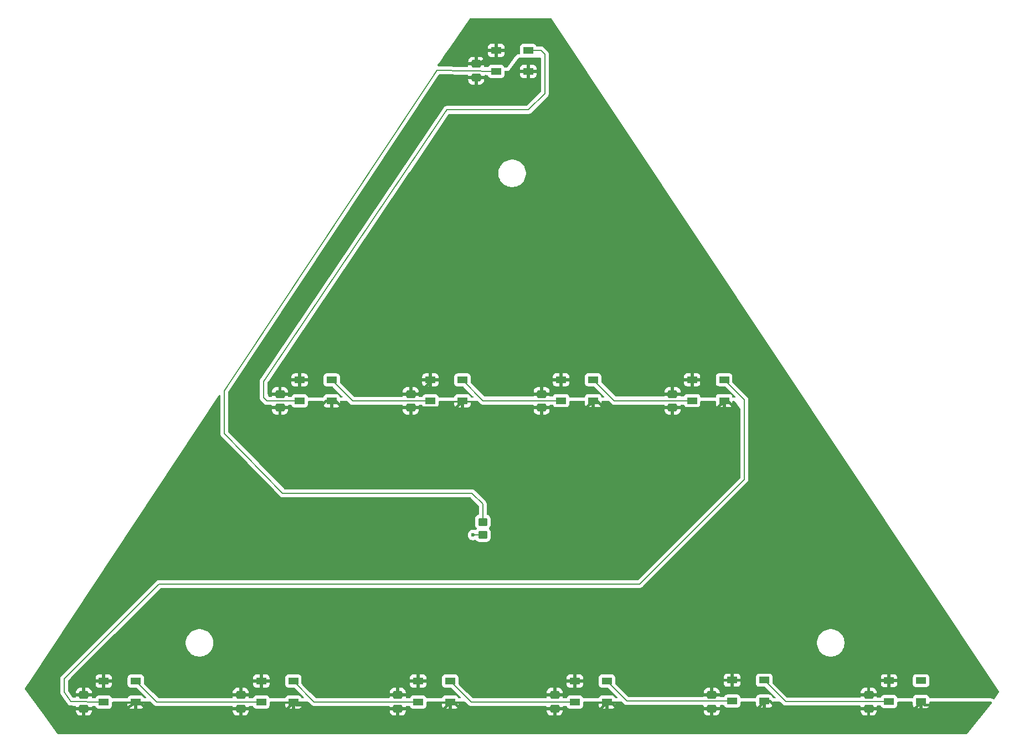
<source format=gbr>
%TF.GenerationSoftware,KiCad,Pcbnew,9.0.6*%
%TF.CreationDate,2025-11-19T18:33:23-08:00*%
%TF.ProjectId,pyramid_clock,70797261-6d69-4645-9f63-6c6f636b2e6b,rev?*%
%TF.SameCoordinates,Original*%
%TF.FileFunction,Copper,L1,Top*%
%TF.FilePolarity,Positive*%
%FSLAX46Y46*%
G04 Gerber Fmt 4.6, Leading zero omitted, Abs format (unit mm)*
G04 Created by KiCad (PCBNEW 9.0.6) date 2025-11-19 18:33:23*
%MOMM*%
%LPD*%
G01*
G04 APERTURE LIST*
G04 Aperture macros list*
%AMRoundRect*
0 Rectangle with rounded corners*
0 $1 Rounding radius*
0 $2 $3 $4 $5 $6 $7 $8 $9 X,Y pos of 4 corners*
0 Add a 4 corners polygon primitive as box body*
4,1,4,$2,$3,$4,$5,$6,$7,$8,$9,$2,$3,0*
0 Add four circle primitives for the rounded corners*
1,1,$1+$1,$2,$3*
1,1,$1+$1,$4,$5*
1,1,$1+$1,$6,$7*
1,1,$1+$1,$8,$9*
0 Add four rect primitives between the rounded corners*
20,1,$1+$1,$2,$3,$4,$5,0*
20,1,$1+$1,$4,$5,$6,$7,0*
20,1,$1+$1,$6,$7,$8,$9,0*
20,1,$1+$1,$8,$9,$2,$3,0*%
G04 Aperture macros list end*
%TA.AperFunction,SMDPad,CuDef*%
%ADD10R,1.500000X1.000000*%
%TD*%
%TA.AperFunction,SMDPad,CuDef*%
%ADD11RoundRect,0.250000X0.475000X-0.337500X0.475000X0.337500X-0.475000X0.337500X-0.475000X-0.337500X0*%
%TD*%
%TA.AperFunction,SMDPad,CuDef*%
%ADD12RoundRect,0.250000X0.450000X-0.350000X0.450000X0.350000X-0.450000X0.350000X-0.450000X-0.350000X0*%
%TD*%
%TA.AperFunction,ViaPad*%
%ADD13C,6.000000*%
%TD*%
%TA.AperFunction,ViaPad*%
%ADD14C,3.000000*%
%TD*%
%TA.AperFunction,ViaPad*%
%ADD15C,0.600000*%
%TD*%
%TA.AperFunction,Conductor*%
%ADD16C,0.400000*%
%TD*%
%TA.AperFunction,Conductor*%
%ADD17C,0.200000*%
%TD*%
G04 APERTURE END LIST*
D10*
%TO.P,D8,1,VSS*%
%TO.N,Net-(D1-VSS)*%
X158481119Y-82755705D03*
%TO.P,D8,2,DIN*%
%TO.N,Net-(D8-DIN)*%
X158481119Y-85955705D03*
%TO.P,D8,3,VDD*%
%TO.N,Net-(D1-VDD)*%
X163381119Y-85955705D03*
%TO.P,D8,4,DOUT*%
%TO.N,Net-(D7-DIN)*%
X163381119Y-82755705D03*
%TD*%
%TO.P,D4,1,VSS*%
%TO.N,Net-(D1-VSS)*%
X136618664Y-128850989D03*
%TO.P,D4,2,DIN*%
%TO.N,Net-(D4-DIN)*%
X136618664Y-132050989D03*
%TO.P,D4,3,VDD*%
%TO.N,Net-(D1-VDD)*%
X141518664Y-132050989D03*
%TO.P,D4,4,DOUT*%
%TO.N,Net-(D3-DIN)*%
X141518664Y-128850989D03*
%TD*%
D11*
%TO.P,C6,1*%
%TO.N,Net-(D1-VDD)*%
X85500000Y-133037500D03*
%TO.P,C6,2*%
%TO.N,Net-(D1-VSS)*%
X85500000Y-130962500D03*
%TD*%
%TO.P,C4,1*%
%TO.N,Net-(D1-VDD)*%
X133500000Y-133037500D03*
%TO.P,C4,2*%
%TO.N,Net-(D1-VSS)*%
X133500000Y-130962500D03*
%TD*%
D10*
%TO.P,D5,1,VSS*%
%TO.N,Net-(D1-VSS)*%
X112643247Y-128850989D03*
%TO.P,D5,2,DIN*%
%TO.N,Net-(D5-DIN)*%
X112643247Y-132050989D03*
%TO.P,D5,3,VDD*%
%TO.N,Net-(D1-VDD)*%
X117543247Y-132050989D03*
%TO.P,D5,4,DOUT*%
%TO.N,Net-(D4-DIN)*%
X117543247Y-128850989D03*
%TD*%
%TO.P,D10,1,VSS*%
%TO.N,Net-(D1-VSS)*%
X118500000Y-82800000D03*
%TO.P,D10,2,DIN*%
%TO.N,Net-(D10-DIN)*%
X118500000Y-86000000D03*
%TO.P,D10,3,VDD*%
%TO.N,Net-(D1-VDD)*%
X123400000Y-86000000D03*
%TO.P,D10,4,DOUT*%
%TO.N,Net-(D10-DOUT)*%
X123400000Y-82800000D03*
%TD*%
D11*
%TO.P,C11,1*%
%TO.N,Net-(D1-VDD)*%
X145500000Y-36537500D03*
%TO.P,C11,2*%
%TO.N,Net-(D1-VSS)*%
X145500000Y-34462500D03*
%TD*%
%TO.P,C9,1*%
%TO.N,Net-(D1-VDD)*%
X135500000Y-87037500D03*
%TO.P,C9,2*%
%TO.N,Net-(D1-VSS)*%
X135500000Y-84962500D03*
%TD*%
%TO.P,C10,1*%
%TO.N,Net-(D1-VDD)*%
X115500000Y-87037500D03*
%TO.P,C10,2*%
%TO.N,Net-(D1-VSS)*%
X115500000Y-84962500D03*
%TD*%
%TO.P,C3,1*%
%TO.N,Net-(D1-VDD)*%
X157500000Y-133037500D03*
%TO.P,C3,2*%
%TO.N,Net-(D1-VSS)*%
X157500000Y-130962500D03*
%TD*%
D10*
%TO.P,D3,1,VSS*%
%TO.N,Net-(D1-VSS)*%
X160594082Y-128850989D03*
%TO.P,D3,2,DIN*%
%TO.N,Net-(D3-DIN)*%
X160594082Y-132050989D03*
%TO.P,D3,3,VDD*%
%TO.N,Net-(D1-VDD)*%
X165494082Y-132050989D03*
%TO.P,D3,4,DOUT*%
%TO.N,Net-(D2-DIN)*%
X165494082Y-128850989D03*
%TD*%
D11*
%TO.P,C2,1*%
%TO.N,Net-(D1-VDD)*%
X181500000Y-133037500D03*
%TO.P,C2,2*%
%TO.N,Net-(D1-VSS)*%
X181500000Y-130962500D03*
%TD*%
D10*
%TO.P,D11,1,VSS*%
%TO.N,Net-(D1-VSS)*%
X148550000Y-32400000D03*
%TO.P,D11,2,DIN*%
%TO.N,Net-(D11-DIN)*%
X148550000Y-35600000D03*
%TO.P,D11,3,VDD*%
%TO.N,Net-(D1-VDD)*%
X153450000Y-35600000D03*
%TO.P,D11,4,DOUT*%
%TO.N,Net-(D10-DIN)*%
X153450000Y-32400000D03*
%TD*%
D11*
%TO.P,C1,1*%
%TO.N,Net-(D1-VDD)*%
X205500000Y-133037500D03*
%TO.P,C1,2*%
%TO.N,Net-(D1-VSS)*%
X205500000Y-130962500D03*
%TD*%
D10*
%TO.P,D1,1,VSS*%
%TO.N,Net-(D1-VSS)*%
X208616486Y-128779421D03*
%TO.P,D1,2,DIN*%
%TO.N,Net-(D1-DIN)*%
X208616486Y-131979421D03*
%TO.P,D1,3,VDD*%
%TO.N,Net-(D1-VDD)*%
X213516486Y-131979421D03*
%TO.P,D1,4,DOUT*%
%TO.N,unconnected-(D1-DOUT-Pad4)*%
X213516486Y-128779421D03*
%TD*%
D11*
%TO.P,C7,1*%
%TO.N,Net-(D1-VDD)*%
X175500000Y-87037500D03*
%TO.P,C7,2*%
%TO.N,Net-(D1-VSS)*%
X175500000Y-84962500D03*
%TD*%
%TO.P,C8,1*%
%TO.N,Net-(D1-VDD)*%
X155500000Y-87037500D03*
%TO.P,C8,2*%
%TO.N,Net-(D1-VSS)*%
X155500000Y-84962500D03*
%TD*%
D12*
%TO.P,R1,1*%
%TO.N,unconnected-(R1-Pad1)*%
X146500000Y-106500000D03*
%TO.P,R1,2*%
%TO.N,Net-(D11-DIN)*%
X146500000Y-104500000D03*
%TD*%
D11*
%TO.P,C5,1*%
%TO.N,Net-(D1-VDD)*%
X109500000Y-133037500D03*
%TO.P,C5,2*%
%TO.N,Net-(D1-VSS)*%
X109500000Y-130962500D03*
%TD*%
D10*
%TO.P,D7,1,VSS*%
%TO.N,Net-(D1-VSS)*%
X178503116Y-82755705D03*
%TO.P,D7,2,DIN*%
%TO.N,Net-(D7-DIN)*%
X178503116Y-85955705D03*
%TO.P,D7,3,VDD*%
%TO.N,Net-(D1-VDD)*%
X183403116Y-85955705D03*
%TO.P,D7,4,DOUT*%
%TO.N,Net-(D6-DIN)*%
X183403116Y-82755705D03*
%TD*%
%TO.P,D2,1,VSS*%
%TO.N,Net-(D1-VSS)*%
X184641068Y-128707853D03*
%TO.P,D2,2,DIN*%
%TO.N,Net-(D2-DIN)*%
X184641068Y-131907853D03*
%TO.P,D2,3,VDD*%
%TO.N,Net-(D1-VDD)*%
X189541068Y-131907853D03*
%TO.P,D2,4,DOUT*%
%TO.N,Net-(D1-DIN)*%
X189541068Y-128707853D03*
%TD*%
%TO.P,D9,1,VSS*%
%TO.N,Net-(D1-VSS)*%
X138505254Y-82801839D03*
%TO.P,D9,2,DIN*%
%TO.N,Net-(D10-DOUT)*%
X138505254Y-86001839D03*
%TO.P,D9,3,VDD*%
%TO.N,Net-(D1-VDD)*%
X143405254Y-86001839D03*
%TO.P,D9,4,DOUT*%
%TO.N,Net-(D8-DIN)*%
X143405254Y-82801839D03*
%TD*%
%TO.P,D6,1,VSS*%
%TO.N,Net-(D1-VSS)*%
X88562912Y-128850989D03*
%TO.P,D6,2,DIN*%
%TO.N,Net-(D6-DIN)*%
X88562912Y-132050989D03*
%TO.P,D6,3,VDD*%
%TO.N,Net-(D1-VDD)*%
X93462912Y-132050989D03*
%TO.P,D6,4,DOUT*%
%TO.N,Net-(D5-DIN)*%
X93462912Y-128850989D03*
%TD*%
D13*
%TO.N,Net-(D1-VSS)*%
X162500000Y-121000000D03*
D14*
%TO.N,Net-(D1-VDD)*%
X158000000Y-108000000D03*
D15*
%TO.N,unconnected-(R1-Pad1)*%
X145000000Y-106500750D03*
%TD*%
D16*
%TO.N,Net-(D1-VSS)*%
X146037500Y-34462500D02*
X147000000Y-33500000D01*
X136537500Y-84962500D02*
X135500000Y-84962500D01*
X112643247Y-128850989D02*
X112643247Y-128856753D01*
X156537500Y-84962500D02*
X155500000Y-84962500D01*
X138505254Y-82994746D02*
X136537500Y-84962500D01*
X158481119Y-82755705D02*
X158481119Y-83018881D01*
X148550000Y-32400000D02*
X148550000Y-32450000D01*
X178503116Y-82755705D02*
X178503116Y-82996884D01*
X138505254Y-83005254D02*
X138505254Y-82801839D01*
X145500000Y-34462500D02*
X146037500Y-34462500D01*
X136618664Y-128850989D02*
X136618664Y-128881336D01*
X147000000Y-33500000D02*
X146000000Y-34500000D01*
X176537500Y-84962500D02*
X175500000Y-84962500D01*
X138505254Y-82801839D02*
X138505254Y-82994746D01*
%TO.N,Net-(D1-VDD)*%
X117992258Y-132500000D02*
X119000000Y-132500000D01*
X165494082Y-132050989D02*
X164507571Y-133037500D01*
X189541068Y-131907853D02*
X190407853Y-131907853D01*
X117543247Y-132050989D02*
X116556736Y-133037500D01*
X135500000Y-87037500D02*
X135462500Y-87037500D01*
X133500000Y-133500000D02*
X133500000Y-133037500D01*
X183403116Y-85955705D02*
X182321321Y-87037500D01*
X142369593Y-87037500D02*
X135500000Y-87037500D01*
X93462912Y-132050989D02*
X94050989Y-132050989D01*
X141518664Y-132050989D02*
X140532153Y-133037500D01*
X115537500Y-87037500D02*
X115500000Y-87037500D01*
X117543247Y-132050989D02*
X117992258Y-132500000D01*
X165494082Y-132050989D02*
X166050989Y-132050989D01*
X183403116Y-85955705D02*
X183955705Y-85955705D01*
X190407853Y-131907853D02*
X191500000Y-133000000D01*
X181537500Y-133037500D02*
X181500000Y-133037500D01*
X94050989Y-132050989D02*
X95000000Y-133000000D01*
X175500000Y-87037500D02*
X175462500Y-87037500D01*
X163381119Y-85955705D02*
X163955705Y-85955705D01*
X189541068Y-131907853D02*
X188411421Y-133037500D01*
X214037065Y-132500000D02*
X215000000Y-132500000D01*
X109500000Y-133037500D02*
X109462500Y-133037500D01*
X141518664Y-132050989D02*
X142050989Y-132050989D01*
X142050989Y-132050989D02*
X143000000Y-133000000D01*
X157500000Y-133500000D02*
X157500000Y-133037500D01*
X124000000Y-86000000D02*
X125000000Y-87000000D01*
X163381119Y-85955705D02*
X162299324Y-87037500D01*
X213516486Y-131979421D02*
X214037065Y-132500000D01*
X93462912Y-132050989D02*
X92000000Y-133000000D01*
X213516486Y-131979421D02*
X212458407Y-133037500D01*
X123400000Y-86000000D02*
X122500000Y-86000000D01*
X122500000Y-86000000D02*
X122000000Y-86500000D01*
X143405254Y-86001839D02*
X142369593Y-87037500D01*
X124000000Y-86000000D02*
X123400000Y-86000000D01*
X166050989Y-132050989D02*
X167000000Y-133000000D01*
X163955705Y-85955705D02*
X165000000Y-87000000D01*
X183955705Y-85955705D02*
X185000000Y-87000000D01*
X109500000Y-133500000D02*
X109500000Y-133037500D01*
D17*
%TO.N,Net-(D1-DIN)*%
X192812636Y-131979421D02*
X189541068Y-128707853D01*
X208616486Y-131979421D02*
X192812636Y-131979421D01*
%TO.N,Net-(D2-DIN)*%
X184641068Y-131907853D02*
X168550946Y-131907853D01*
X168550946Y-131907853D02*
X165494082Y-128850989D01*
%TO.N,Net-(D3-DIN)*%
X160594082Y-132050989D02*
X144718664Y-132050989D01*
X144718664Y-132050989D02*
X141518664Y-128850989D01*
%TO.N,Net-(D4-DIN)*%
X136618664Y-132050989D02*
X120743247Y-132050989D01*
X120743247Y-132050989D02*
X117543247Y-128850989D01*
%TO.N,Net-(D5-DIN)*%
X96662912Y-132050989D02*
X93462912Y-128850989D01*
X112643247Y-132050989D02*
X96662912Y-132050989D01*
%TO.N,Net-(D6-DIN)*%
X83500000Y-132000000D02*
X88562912Y-132050989D01*
X183403116Y-82755705D02*
X186500000Y-85852589D01*
X82500000Y-130500000D02*
X83500000Y-132000000D01*
X186500000Y-98000000D02*
X170500000Y-114000000D01*
X186500000Y-85852589D02*
X186500000Y-98000000D01*
X170500000Y-114000000D02*
X97000000Y-114000000D01*
X97000000Y-114000000D02*
X82500000Y-128500000D01*
X82500000Y-128500000D02*
X82500000Y-130500000D01*
%TO.N,Net-(D7-DIN)*%
X166581119Y-85955705D02*
X163381119Y-82755705D01*
X178503116Y-85955705D02*
X166581119Y-85955705D01*
%TO.N,Net-(D8-DIN)*%
X146559120Y-85955705D02*
X143405254Y-82801839D01*
X158481119Y-85955705D02*
X146559120Y-85955705D01*
%TO.N,Net-(D10-DOUT)*%
X126601839Y-86001839D02*
X123400000Y-82800000D01*
X138505254Y-86001839D02*
X126601839Y-86001839D01*
%TO.N,Net-(D10-DIN)*%
X141000000Y-41500000D02*
X153500000Y-41500000D01*
X155400000Y-32400000D02*
X153450000Y-32400000D01*
X113000000Y-85500000D02*
X113000000Y-83000000D01*
X156000000Y-33000000D02*
X155400000Y-32400000D01*
X118500000Y-86000000D02*
X113500000Y-86000000D01*
X113500000Y-86000000D02*
X113000000Y-85500000D01*
X153500000Y-41500000D02*
X156000000Y-39000000D01*
X113000000Y-83000000D02*
X141000000Y-41500000D01*
X156000000Y-39000000D02*
X156000000Y-33000000D01*
%TO.N,Net-(D11-DIN)*%
X144867846Y-100138842D02*
X115896430Y-100123182D01*
X107000000Y-84500000D02*
X139500000Y-35425357D01*
X146500000Y-104500000D02*
X146500000Y-101777684D01*
X107000000Y-91000000D02*
X107000000Y-84500000D01*
X115896430Y-100123182D02*
X107000000Y-91000000D01*
X146500000Y-101777684D02*
X144867846Y-100138842D01*
X139500000Y-35425357D02*
X148550000Y-35600000D01*
%TO.N,unconnected-(R1-Pad1)*%
X145000750Y-106500000D02*
X145000000Y-106500750D01*
X146500000Y-106500000D02*
X145000750Y-106500000D01*
%TD*%
%TA.AperFunction,Conductor*%
%TO.N,Net-(D1-VDD)*%
G36*
X155342539Y-33519685D02*
G01*
X155388294Y-33572489D01*
X155399500Y-33624000D01*
X155399500Y-38699903D01*
X155379815Y-38766942D01*
X155363181Y-38787584D01*
X153287584Y-40863181D01*
X153226261Y-40896666D01*
X153199903Y-40899500D01*
X141021013Y-40899500D01*
X140963103Y-40895443D01*
X140942217Y-40899500D01*
X140920937Y-40899500D01*
X140869080Y-40913395D01*
X140860636Y-40915344D01*
X140807891Y-40925591D01*
X140807882Y-40925594D01*
X140799485Y-40929687D01*
X140799486Y-40929688D01*
X140788760Y-40934917D01*
X140768216Y-40940423D01*
X140717967Y-40969432D01*
X140714052Y-40971342D01*
X140714054Y-40971342D01*
X140665770Y-40994885D01*
X140658709Y-41001021D01*
X140639385Y-41014802D01*
X140631286Y-41019478D01*
X140631281Y-41019482D01*
X140593293Y-41057469D01*
X140590222Y-41060539D01*
X140546424Y-41098604D01*
X140534529Y-41116232D01*
X140519482Y-41131280D01*
X140492620Y-41177805D01*
X140488026Y-41185155D01*
X112541196Y-82606349D01*
X112541195Y-82606348D01*
X112534517Y-82616245D01*
X112519480Y-82631284D01*
X112490466Y-82681536D01*
X112488039Y-82685135D01*
X112488031Y-82685149D01*
X112457990Y-82729674D01*
X112454945Y-82738510D01*
X112451060Y-82749791D01*
X112440423Y-82768216D01*
X112425404Y-82824265D01*
X112423986Y-82828383D01*
X112406492Y-82879169D01*
X112406491Y-82879175D01*
X112405838Y-82888491D01*
X112405839Y-82888492D01*
X112405005Y-82900397D01*
X112399500Y-82920943D01*
X112399500Y-82978984D01*
X112399197Y-82983310D01*
X112399197Y-82983312D01*
X112395442Y-83036897D01*
X112395443Y-83036900D01*
X112397224Y-83046068D01*
X112399500Y-83069715D01*
X112399500Y-85413330D01*
X112399499Y-85413348D01*
X112399499Y-85579054D01*
X112399498Y-85579054D01*
X112440423Y-85731786D01*
X112440424Y-85731787D01*
X112464525Y-85773531D01*
X112519480Y-85868716D01*
X112631284Y-85980520D01*
X112631285Y-85980521D01*
X113131284Y-86480520D01*
X113131286Y-86480521D01*
X113131290Y-86480524D01*
X113251129Y-86549712D01*
X113268216Y-86559577D01*
X113420943Y-86600501D01*
X113420945Y-86600501D01*
X113586654Y-86600501D01*
X113586670Y-86600500D01*
X114151000Y-86600500D01*
X114218039Y-86620185D01*
X114263794Y-86672989D01*
X114275000Y-86724500D01*
X114275000Y-86787500D01*
X116724999Y-86787500D01*
X116724999Y-86724500D01*
X116744684Y-86657461D01*
X116797488Y-86611706D01*
X116848999Y-86600500D01*
X117167209Y-86600500D01*
X117234248Y-86620185D01*
X117280003Y-86672989D01*
X117283391Y-86681167D01*
X117306202Y-86742328D01*
X117306206Y-86742335D01*
X117392452Y-86857544D01*
X117392455Y-86857547D01*
X117507664Y-86943793D01*
X117507671Y-86943797D01*
X117642517Y-86994091D01*
X117642516Y-86994091D01*
X117649444Y-86994835D01*
X117702127Y-87000500D01*
X119297872Y-87000499D01*
X119357483Y-86994091D01*
X119492331Y-86943796D01*
X119607546Y-86857546D01*
X119693796Y-86742331D01*
X119744091Y-86607483D01*
X119750500Y-86547873D01*
X119750499Y-86123997D01*
X119770183Y-86056961D01*
X119822987Y-86011206D01*
X119874499Y-86000000D01*
X122026000Y-86000000D01*
X122093039Y-86019685D01*
X122138794Y-86072489D01*
X122150000Y-86124000D01*
X122150000Y-86547844D01*
X122156401Y-86607372D01*
X122156403Y-86607379D01*
X122206645Y-86742086D01*
X122206649Y-86742093D01*
X122292809Y-86857187D01*
X122292812Y-86857190D01*
X122407906Y-86943350D01*
X122407913Y-86943354D01*
X122542620Y-86993596D01*
X122542627Y-86993598D01*
X122602155Y-86999999D01*
X122602172Y-87000000D01*
X123150000Y-87000000D01*
X123150000Y-86124000D01*
X123169685Y-86056961D01*
X123222489Y-86011206D01*
X123274000Y-86000000D01*
X123526000Y-86000000D01*
X123593039Y-86019685D01*
X123638794Y-86072489D01*
X123650000Y-86124000D01*
X123650000Y-87000000D01*
X124197828Y-87000000D01*
X124197844Y-86999999D01*
X124257372Y-86993598D01*
X124257379Y-86993596D01*
X124392086Y-86943354D01*
X124392093Y-86943350D01*
X124507187Y-86857190D01*
X124507190Y-86857187D01*
X124593350Y-86742093D01*
X124593354Y-86742086D01*
X124643596Y-86607379D01*
X124643598Y-86607372D01*
X124649999Y-86547844D01*
X124650000Y-86547827D01*
X124650000Y-86124000D01*
X124669685Y-86056961D01*
X124722489Y-86011206D01*
X124774000Y-86000000D01*
X125699403Y-86000000D01*
X125766442Y-86019685D01*
X125787084Y-86036319D01*
X126116978Y-86366213D01*
X126116988Y-86366224D01*
X126121318Y-86370554D01*
X126121319Y-86370555D01*
X126233123Y-86482359D01*
X126290148Y-86515282D01*
X126342026Y-86545234D01*
X126361026Y-86556204D01*
X126370054Y-86561416D01*
X126522782Y-86602339D01*
X134151000Y-86602339D01*
X134218039Y-86622024D01*
X134263794Y-86674828D01*
X134275000Y-86726339D01*
X134275000Y-86787500D01*
X136724999Y-86787500D01*
X136724999Y-86726339D01*
X136744684Y-86659300D01*
X136797488Y-86613545D01*
X136848999Y-86602339D01*
X137172463Y-86602339D01*
X137239502Y-86622024D01*
X137285257Y-86674828D01*
X137288645Y-86683006D01*
X137311456Y-86744167D01*
X137311460Y-86744174D01*
X137397706Y-86859383D01*
X137397709Y-86859386D01*
X137512918Y-86945632D01*
X137512925Y-86945636D01*
X137647771Y-86995930D01*
X137647770Y-86995930D01*
X137654698Y-86996674D01*
X137707381Y-87002339D01*
X139303126Y-87002338D01*
X139362737Y-86995930D01*
X139497585Y-86945635D01*
X139612800Y-86859385D01*
X139699050Y-86744170D01*
X139749345Y-86609322D01*
X139755754Y-86549712D01*
X139755754Y-86549683D01*
X142155254Y-86549683D01*
X142161655Y-86609211D01*
X142161657Y-86609218D01*
X142211899Y-86743925D01*
X142211903Y-86743932D01*
X142298063Y-86859026D01*
X142298066Y-86859029D01*
X142413160Y-86945189D01*
X142413167Y-86945193D01*
X142547874Y-86995435D01*
X142547881Y-86995437D01*
X142607409Y-87001838D01*
X142607426Y-87001839D01*
X143155254Y-87001839D01*
X143655254Y-87001839D01*
X144203082Y-87001839D01*
X144203098Y-87001838D01*
X144262626Y-86995437D01*
X144262633Y-86995435D01*
X144397340Y-86945193D01*
X144397347Y-86945189D01*
X144512441Y-86859029D01*
X144512444Y-86859026D01*
X144598604Y-86743932D01*
X144598608Y-86743925D01*
X144648850Y-86609218D01*
X144648852Y-86609211D01*
X144655253Y-86549683D01*
X144655254Y-86549666D01*
X144655254Y-86251839D01*
X143655254Y-86251839D01*
X143655254Y-87001839D01*
X143155254Y-87001839D01*
X143155254Y-86251839D01*
X142155254Y-86251839D01*
X142155254Y-86549683D01*
X139755754Y-86549683D01*
X139755753Y-86123997D01*
X139775438Y-86056961D01*
X139828242Y-86011206D01*
X139879753Y-86000000D01*
X145702818Y-86000000D01*
X145769857Y-86019685D01*
X145790499Y-86036319D01*
X146074259Y-86320079D01*
X146074269Y-86320090D01*
X146078599Y-86324420D01*
X146078600Y-86324421D01*
X146190404Y-86436225D01*
X146270311Y-86482359D01*
X146327335Y-86515282D01*
X146480063Y-86556205D01*
X154151000Y-86556205D01*
X154218039Y-86575890D01*
X154263794Y-86628694D01*
X154275000Y-86680205D01*
X154275000Y-86787500D01*
X156724999Y-86787500D01*
X156724999Y-86680205D01*
X156744684Y-86613166D01*
X156797488Y-86567411D01*
X156848999Y-86556205D01*
X157148328Y-86556205D01*
X157215367Y-86575890D01*
X157261122Y-86628694D01*
X157264510Y-86636872D01*
X157287321Y-86698033D01*
X157287325Y-86698040D01*
X157373571Y-86813249D01*
X157373574Y-86813252D01*
X157488783Y-86899498D01*
X157488790Y-86899502D01*
X157623636Y-86949796D01*
X157623635Y-86949796D01*
X157630563Y-86950540D01*
X157683246Y-86956205D01*
X159278991Y-86956204D01*
X159338602Y-86949796D01*
X159473450Y-86899501D01*
X159588665Y-86813251D01*
X159674915Y-86698036D01*
X159725210Y-86563188D01*
X159731619Y-86503578D01*
X159731619Y-86124000D01*
X159751304Y-86056961D01*
X159804108Y-86011206D01*
X159855619Y-86000000D01*
X162007119Y-86000000D01*
X162074158Y-86019685D01*
X162119913Y-86072489D01*
X162131119Y-86124000D01*
X162131119Y-86503549D01*
X162137520Y-86563077D01*
X162137522Y-86563084D01*
X162187764Y-86697791D01*
X162187768Y-86697798D01*
X162273928Y-86812892D01*
X162273931Y-86812895D01*
X162389025Y-86899055D01*
X162389032Y-86899059D01*
X162523739Y-86949301D01*
X162523746Y-86949303D01*
X162583274Y-86955704D01*
X162583291Y-86955705D01*
X163131119Y-86955705D01*
X163131119Y-86079705D01*
X163150804Y-86012666D01*
X163165421Y-86000000D01*
X163595483Y-86000000D01*
X163619913Y-86028194D01*
X163631119Y-86079705D01*
X163631119Y-86955705D01*
X164178947Y-86955705D01*
X164178963Y-86955704D01*
X164238491Y-86949303D01*
X164238498Y-86949301D01*
X164373205Y-86899059D01*
X164373212Y-86899055D01*
X164488306Y-86812895D01*
X164488309Y-86812892D01*
X164574469Y-86697798D01*
X164574473Y-86697791D01*
X164624715Y-86563084D01*
X164624717Y-86563077D01*
X164631118Y-86503549D01*
X164631119Y-86503532D01*
X164631119Y-86124000D01*
X164650804Y-86056961D01*
X164703608Y-86011206D01*
X164755119Y-86000000D01*
X165724817Y-86000000D01*
X165791856Y-86019685D01*
X165812498Y-86036319D01*
X166096258Y-86320079D01*
X166096268Y-86320090D01*
X166100598Y-86324420D01*
X166100599Y-86324421D01*
X166212403Y-86436225D01*
X166212405Y-86436226D01*
X166212409Y-86436229D01*
X166329047Y-86503569D01*
X166349335Y-86515282D01*
X166461138Y-86545239D01*
X166502061Y-86556205D01*
X166502062Y-86556205D01*
X174151000Y-86556205D01*
X174218039Y-86575890D01*
X174263794Y-86628694D01*
X174275000Y-86680205D01*
X174275000Y-86787500D01*
X176724999Y-86787500D01*
X176724999Y-86680205D01*
X176744684Y-86613166D01*
X176797488Y-86567411D01*
X176848999Y-86556205D01*
X177170325Y-86556205D01*
X177237364Y-86575890D01*
X177283119Y-86628694D01*
X177286507Y-86636872D01*
X177309318Y-86698033D01*
X177309322Y-86698040D01*
X177395568Y-86813249D01*
X177395571Y-86813252D01*
X177510780Y-86899498D01*
X177510787Y-86899502D01*
X177645633Y-86949796D01*
X177645632Y-86949796D01*
X177652560Y-86950540D01*
X177705243Y-86956205D01*
X179300988Y-86956204D01*
X179360599Y-86949796D01*
X179495447Y-86899501D01*
X179610662Y-86813251D01*
X179696912Y-86698036D01*
X179747207Y-86563188D01*
X179753616Y-86503578D01*
X179753616Y-86124000D01*
X179773301Y-86056961D01*
X179826105Y-86011206D01*
X179877616Y-86000000D01*
X182029116Y-86000000D01*
X182096155Y-86019685D01*
X182141910Y-86072489D01*
X182153116Y-86124000D01*
X182153116Y-86503549D01*
X182159517Y-86563077D01*
X182159519Y-86563084D01*
X182209761Y-86697791D01*
X182209765Y-86697798D01*
X182295925Y-86812892D01*
X182295928Y-86812895D01*
X182411022Y-86899055D01*
X182411029Y-86899059D01*
X182545736Y-86949301D01*
X182545743Y-86949303D01*
X182605271Y-86955704D01*
X182605288Y-86955705D01*
X183153116Y-86955705D01*
X183153116Y-86079705D01*
X183172801Y-86012666D01*
X183187418Y-86000000D01*
X183617480Y-86000000D01*
X183641910Y-86028194D01*
X183653116Y-86079705D01*
X183653116Y-86955705D01*
X184200944Y-86955705D01*
X184200960Y-86955704D01*
X184260488Y-86949303D01*
X184260495Y-86949301D01*
X184395202Y-86899059D01*
X184395209Y-86899055D01*
X184510303Y-86812895D01*
X184510306Y-86812892D01*
X184596466Y-86697798D01*
X184596470Y-86697791D01*
X184646712Y-86563084D01*
X184646714Y-86563077D01*
X184653115Y-86503549D01*
X184653116Y-86503532D01*
X184653116Y-86124000D01*
X184655666Y-86115314D01*
X184654378Y-86106353D01*
X184665356Y-86082312D01*
X184672801Y-86056961D01*
X184679641Y-86051033D01*
X184683403Y-86042797D01*
X184705637Y-86028507D01*
X184725605Y-86011206D01*
X184736119Y-86008918D01*
X184742181Y-86005023D01*
X184777116Y-86000000D01*
X184938000Y-86000000D01*
X185005039Y-86019685D01*
X185037200Y-86049600D01*
X185751379Y-87001839D01*
X185874700Y-87166266D01*
X185899176Y-87231708D01*
X185899500Y-87240666D01*
X185899500Y-97699903D01*
X185879815Y-97766942D01*
X185863181Y-97787584D01*
X170287584Y-113363181D01*
X170226261Y-113396666D01*
X170199903Y-113399500D01*
X97086670Y-113399500D01*
X97086654Y-113399499D01*
X97079058Y-113399499D01*
X96920943Y-113399499D01*
X96844579Y-113419961D01*
X96768214Y-113440423D01*
X96768209Y-113440426D01*
X96631290Y-113519475D01*
X96631282Y-113519481D01*
X82019481Y-128131282D01*
X82019477Y-128131287D01*
X82002912Y-128159981D01*
X81996009Y-128171938D01*
X81940423Y-128268215D01*
X81899499Y-128420943D01*
X81899499Y-128420945D01*
X81899499Y-128589046D01*
X81899500Y-128589059D01*
X81899500Y-130440534D01*
X81895656Y-130459754D01*
X81899500Y-130519352D01*
X81899500Y-130579062D01*
X81901395Y-130586133D01*
X81905360Y-130610225D01*
X81905832Y-130617533D01*
X81905833Y-130617542D01*
X81922032Y-130665427D01*
X81923685Y-130670314D01*
X81925997Y-130677951D01*
X81934584Y-130709994D01*
X81940423Y-130731784D01*
X81950221Y-130748755D01*
X81956501Y-130767318D01*
X81989613Y-130816985D01*
X81991608Y-130820441D01*
X81991615Y-130820451D01*
X82019479Y-130868715D01*
X82024655Y-130873891D01*
X82040148Y-130892789D01*
X82511705Y-131600125D01*
X82987940Y-132314477D01*
X83015791Y-132363858D01*
X83031644Y-132380034D01*
X83038106Y-132389727D01*
X83038106Y-132389728D01*
X83044204Y-132398874D01*
X83044208Y-132398879D01*
X83083311Y-132433243D01*
X83090015Y-132439592D01*
X83117294Y-132467426D01*
X83126464Y-132476782D01*
X83135933Y-132482377D01*
X83154710Y-132495990D01*
X83162975Y-132503254D01*
X83162976Y-132503254D01*
X83162977Y-132503255D01*
X83209653Y-132526334D01*
X83209652Y-132526334D01*
X83213803Y-132528386D01*
X83262592Y-132557214D01*
X83284403Y-132563294D01*
X83304710Y-132573335D01*
X83360312Y-132584455D01*
X83414900Y-132599673D01*
X83437539Y-132599901D01*
X83459754Y-132604344D01*
X83511737Y-132600990D01*
X83520940Y-132600740D01*
X84152254Y-132607098D01*
X84219086Y-132627456D01*
X84264307Y-132680718D01*
X84275000Y-132731091D01*
X84275000Y-132787500D01*
X86724999Y-132787500D01*
X86724999Y-132758264D01*
X86744684Y-132691225D01*
X86797488Y-132645470D01*
X86850243Y-132634270D01*
X87226361Y-132638058D01*
X87293196Y-132658417D01*
X87338416Y-132711679D01*
X87341291Y-132718719D01*
X87369114Y-132793317D01*
X87369118Y-132793324D01*
X87455364Y-132908533D01*
X87455367Y-132908536D01*
X87570576Y-132994782D01*
X87570583Y-132994786D01*
X87705429Y-133045080D01*
X87705428Y-133045080D01*
X87712356Y-133045824D01*
X87765039Y-133051489D01*
X89360784Y-133051488D01*
X89420395Y-133045080D01*
X89555243Y-132994785D01*
X89670458Y-132908535D01*
X89756708Y-132793320D01*
X89807003Y-132658472D01*
X89813412Y-132598862D01*
X89813412Y-132598833D01*
X92212912Y-132598833D01*
X92219313Y-132658361D01*
X92219315Y-132658368D01*
X92269557Y-132793075D01*
X92269561Y-132793082D01*
X92355720Y-132908175D01*
X92355724Y-132908179D01*
X92470818Y-132994339D01*
X92470825Y-132994343D01*
X92605532Y-133044585D01*
X92605539Y-133044587D01*
X92665067Y-133050988D01*
X92665084Y-133050989D01*
X93212912Y-133050989D01*
X93712912Y-133050989D01*
X94260740Y-133050989D01*
X94260756Y-133050988D01*
X94320284Y-133044587D01*
X94320291Y-133044585D01*
X94454998Y-132994343D01*
X94455005Y-132994339D01*
X94570099Y-132908179D01*
X94570104Y-132908175D01*
X94656262Y-132793082D01*
X94656266Y-132793075D01*
X94706508Y-132658368D01*
X94706510Y-132658361D01*
X94712911Y-132598833D01*
X94712912Y-132598816D01*
X94712912Y-132300989D01*
X93712912Y-132300989D01*
X93712912Y-133050989D01*
X93212912Y-133050989D01*
X93212912Y-132300989D01*
X92212912Y-132300989D01*
X92212912Y-132598833D01*
X89813412Y-132598833D01*
X89813411Y-132123998D01*
X89833096Y-132056961D01*
X89885900Y-132011206D01*
X89937411Y-132000000D01*
X95711326Y-132000000D01*
X95778365Y-132019685D01*
X95799007Y-132036319D01*
X96178051Y-132415363D01*
X96178061Y-132415374D01*
X96182391Y-132419704D01*
X96182392Y-132419705D01*
X96294196Y-132531509D01*
X96294198Y-132531510D01*
X96294202Y-132531513D01*
X96416613Y-132602186D01*
X96431128Y-132610566D01*
X96542931Y-132640523D01*
X96583854Y-132651489D01*
X96583855Y-132651489D01*
X108151000Y-132651489D01*
X108218039Y-132671174D01*
X108263794Y-132723978D01*
X108275000Y-132775489D01*
X108275000Y-132787500D01*
X110724999Y-132787500D01*
X110724999Y-132775489D01*
X110744684Y-132708450D01*
X110797488Y-132662695D01*
X110848999Y-132651489D01*
X111310456Y-132651489D01*
X111377495Y-132671174D01*
X111423250Y-132723978D01*
X111426638Y-132732156D01*
X111449449Y-132793317D01*
X111449453Y-132793324D01*
X111535699Y-132908533D01*
X111535702Y-132908536D01*
X111650911Y-132994782D01*
X111650918Y-132994786D01*
X111785764Y-133045080D01*
X111785763Y-133045080D01*
X111792691Y-133045824D01*
X111845374Y-133051489D01*
X113441119Y-133051488D01*
X113500730Y-133045080D01*
X113635578Y-132994785D01*
X113750793Y-132908535D01*
X113837043Y-132793320D01*
X113887338Y-132658472D01*
X113893747Y-132598862D01*
X113893747Y-132598833D01*
X116293247Y-132598833D01*
X116299648Y-132658361D01*
X116299650Y-132658368D01*
X116349892Y-132793075D01*
X116349896Y-132793082D01*
X116436055Y-132908175D01*
X116436059Y-132908179D01*
X116551153Y-132994339D01*
X116551160Y-132994343D01*
X116685867Y-133044585D01*
X116685874Y-133044587D01*
X116745402Y-133050988D01*
X116745419Y-133050989D01*
X117293247Y-133050989D01*
X117793247Y-133050989D01*
X118341075Y-133050989D01*
X118341091Y-133050988D01*
X118400619Y-133044587D01*
X118400626Y-133044585D01*
X118535333Y-132994343D01*
X118535340Y-132994339D01*
X118650434Y-132908179D01*
X118650439Y-132908175D01*
X118736597Y-132793082D01*
X118736601Y-132793075D01*
X118786843Y-132658368D01*
X118786845Y-132658361D01*
X118793246Y-132598833D01*
X118793247Y-132598816D01*
X118793247Y-132300989D01*
X117793247Y-132300989D01*
X117793247Y-133050989D01*
X117293247Y-133050989D01*
X117293247Y-132300989D01*
X116293247Y-132300989D01*
X116293247Y-132598833D01*
X113893747Y-132598833D01*
X113893746Y-132123998D01*
X113913431Y-132056961D01*
X113966235Y-132011206D01*
X114017746Y-132000000D01*
X119791661Y-132000000D01*
X119858700Y-132019685D01*
X119879342Y-132036319D01*
X120258386Y-132415363D01*
X120258396Y-132415374D01*
X120262726Y-132419704D01*
X120262727Y-132419705D01*
X120374531Y-132531509D01*
X120374533Y-132531510D01*
X120374537Y-132531513D01*
X120496948Y-132602186D01*
X120511463Y-132610566D01*
X120623266Y-132640523D01*
X120664189Y-132651489D01*
X120664190Y-132651489D01*
X132151000Y-132651489D01*
X132218039Y-132671174D01*
X132263794Y-132723978D01*
X132275000Y-132775489D01*
X132275000Y-132787500D01*
X134724999Y-132787500D01*
X134724999Y-132775489D01*
X134744684Y-132708450D01*
X134797488Y-132662695D01*
X134848999Y-132651489D01*
X135285873Y-132651489D01*
X135352912Y-132671174D01*
X135398667Y-132723978D01*
X135402055Y-132732156D01*
X135424866Y-132793317D01*
X135424870Y-132793324D01*
X135511116Y-132908533D01*
X135511119Y-132908536D01*
X135626328Y-132994782D01*
X135626335Y-132994786D01*
X135761181Y-133045080D01*
X135761180Y-133045080D01*
X135768108Y-133045824D01*
X135820791Y-133051489D01*
X137416536Y-133051488D01*
X137476147Y-133045080D01*
X137610995Y-132994785D01*
X137726210Y-132908535D01*
X137812460Y-132793320D01*
X137862755Y-132658472D01*
X137869164Y-132598862D01*
X137869164Y-132598833D01*
X140268664Y-132598833D01*
X140275065Y-132658361D01*
X140275067Y-132658368D01*
X140325309Y-132793075D01*
X140325313Y-132793082D01*
X140411472Y-132908175D01*
X140411476Y-132908179D01*
X140526570Y-132994339D01*
X140526577Y-132994343D01*
X140661284Y-133044585D01*
X140661291Y-133044587D01*
X140720819Y-133050988D01*
X140720836Y-133050989D01*
X141268664Y-133050989D01*
X141768664Y-133050989D01*
X142316492Y-133050989D01*
X142316508Y-133050988D01*
X142376036Y-133044587D01*
X142376043Y-133044585D01*
X142510750Y-132994343D01*
X142510757Y-132994339D01*
X142625851Y-132908179D01*
X142625856Y-132908175D01*
X142712014Y-132793082D01*
X142712018Y-132793075D01*
X142762260Y-132658368D01*
X142762262Y-132658361D01*
X142768663Y-132598833D01*
X142768664Y-132598816D01*
X142768664Y-132300989D01*
X141768664Y-132300989D01*
X141768664Y-133050989D01*
X141268664Y-133050989D01*
X141268664Y-132300989D01*
X140268664Y-132300989D01*
X140268664Y-132598833D01*
X137869164Y-132598833D01*
X137869163Y-132123998D01*
X137888848Y-132056961D01*
X137941652Y-132011206D01*
X137993163Y-132000000D01*
X143767078Y-132000000D01*
X143834117Y-132019685D01*
X143854759Y-132036319D01*
X144233803Y-132415363D01*
X144233813Y-132415374D01*
X144238143Y-132419704D01*
X144238144Y-132419705D01*
X144349948Y-132531509D01*
X144349950Y-132531510D01*
X144349954Y-132531513D01*
X144472365Y-132602186D01*
X144486880Y-132610566D01*
X144598683Y-132640523D01*
X144639606Y-132651489D01*
X144639607Y-132651489D01*
X156151000Y-132651489D01*
X156218039Y-132671174D01*
X156263794Y-132723978D01*
X156275000Y-132775489D01*
X156275000Y-132787500D01*
X158724999Y-132787500D01*
X158724999Y-132775489D01*
X158744684Y-132708450D01*
X158797488Y-132662695D01*
X158848999Y-132651489D01*
X159261291Y-132651489D01*
X159328330Y-132671174D01*
X159374085Y-132723978D01*
X159377473Y-132732156D01*
X159400284Y-132793317D01*
X159400288Y-132793324D01*
X159486534Y-132908533D01*
X159486537Y-132908536D01*
X159601746Y-132994782D01*
X159601753Y-132994786D01*
X159736599Y-133045080D01*
X159736598Y-133045080D01*
X159743526Y-133045824D01*
X159796209Y-133051489D01*
X161391954Y-133051488D01*
X161451565Y-133045080D01*
X161586413Y-132994785D01*
X161701628Y-132908535D01*
X161787878Y-132793320D01*
X161838173Y-132658472D01*
X161844582Y-132598862D01*
X161844582Y-132598833D01*
X164244082Y-132598833D01*
X164250483Y-132658361D01*
X164250485Y-132658368D01*
X164300727Y-132793075D01*
X164300731Y-132793082D01*
X164386890Y-132908175D01*
X164386894Y-132908179D01*
X164501988Y-132994339D01*
X164501995Y-132994343D01*
X164636702Y-133044585D01*
X164636709Y-133044587D01*
X164696237Y-133050988D01*
X164696254Y-133050989D01*
X165244082Y-133050989D01*
X165744082Y-133050989D01*
X166291910Y-133050989D01*
X166291926Y-133050988D01*
X166351454Y-133044587D01*
X166351461Y-133044585D01*
X166486168Y-132994343D01*
X166486175Y-132994339D01*
X166601269Y-132908179D01*
X166601274Y-132908175D01*
X166687432Y-132793082D01*
X166687436Y-132793075D01*
X166737678Y-132658368D01*
X166737680Y-132658361D01*
X166744081Y-132598833D01*
X166744082Y-132598816D01*
X166744082Y-132300989D01*
X165744082Y-132300989D01*
X165744082Y-133050989D01*
X165244082Y-133050989D01*
X165244082Y-132300989D01*
X164244082Y-132300989D01*
X164244082Y-132598833D01*
X161844582Y-132598833D01*
X161844581Y-132123998D01*
X161864266Y-132056961D01*
X161917070Y-132011206D01*
X161968581Y-132000000D01*
X167742495Y-132000000D01*
X167809534Y-132019685D01*
X167830176Y-132036319D01*
X168182230Y-132388373D01*
X168182232Y-132388374D01*
X168182236Y-132388377D01*
X168306192Y-132459942D01*
X168319162Y-132467430D01*
X168471889Y-132508354D01*
X168471891Y-132508354D01*
X168637600Y-132508354D01*
X168637616Y-132508353D01*
X180152159Y-132508353D01*
X180219198Y-132528038D01*
X180264953Y-132580842D01*
X180275517Y-132644950D01*
X180275001Y-132649999D01*
X180275000Y-132650026D01*
X180275000Y-132787500D01*
X182724999Y-132787500D01*
X182724999Y-132650028D01*
X182724998Y-132650013D01*
X182724481Y-132644947D01*
X182737255Y-132576255D01*
X182785139Y-132525374D01*
X182847840Y-132508353D01*
X183308277Y-132508353D01*
X183375316Y-132528038D01*
X183421071Y-132580842D01*
X183424459Y-132589020D01*
X183447270Y-132650181D01*
X183447274Y-132650188D01*
X183533520Y-132765397D01*
X183533523Y-132765400D01*
X183648732Y-132851646D01*
X183648739Y-132851650D01*
X183783585Y-132901944D01*
X183783584Y-132901944D01*
X183790512Y-132902688D01*
X183843195Y-132908353D01*
X185438940Y-132908352D01*
X185498551Y-132901944D01*
X185633399Y-132851649D01*
X185748614Y-132765399D01*
X185834864Y-132650184D01*
X185885159Y-132515336D01*
X185891568Y-132455726D01*
X185891568Y-132124000D01*
X185911253Y-132056961D01*
X185964057Y-132011206D01*
X186015568Y-132000000D01*
X188167068Y-132000000D01*
X188234107Y-132019685D01*
X188279862Y-132072489D01*
X188291068Y-132124000D01*
X188291068Y-132455697D01*
X188297469Y-132515225D01*
X188297471Y-132515232D01*
X188347713Y-132649939D01*
X188347717Y-132649946D01*
X188433877Y-132765040D01*
X188433880Y-132765043D01*
X188548974Y-132851203D01*
X188548981Y-132851207D01*
X188683688Y-132901449D01*
X188683695Y-132901451D01*
X188743223Y-132907852D01*
X188743240Y-132907853D01*
X189291068Y-132907853D01*
X189291068Y-132031853D01*
X189300421Y-132000000D01*
X189784139Y-132000000D01*
X189791068Y-132031853D01*
X189791068Y-132907853D01*
X190338896Y-132907853D01*
X190338912Y-132907852D01*
X190398440Y-132901451D01*
X190398447Y-132901449D01*
X190533154Y-132851207D01*
X190533161Y-132851203D01*
X190648255Y-132765043D01*
X190648258Y-132765040D01*
X190734418Y-132649946D01*
X190734422Y-132649939D01*
X190784664Y-132515232D01*
X190784666Y-132515225D01*
X190791067Y-132455697D01*
X190791068Y-132455680D01*
X190791068Y-132124000D01*
X190810753Y-132056961D01*
X190863557Y-132011206D01*
X190915068Y-132000000D01*
X191932618Y-132000000D01*
X191999657Y-132019685D01*
X192020299Y-132036319D01*
X192327775Y-132343795D01*
X192327785Y-132343806D01*
X192332115Y-132348136D01*
X192332116Y-132348137D01*
X192443920Y-132459941D01*
X192518941Y-132503254D01*
X192580851Y-132538998D01*
X192733579Y-132579922D01*
X192733582Y-132579922D01*
X192899289Y-132579922D01*
X192899305Y-132579921D01*
X204151000Y-132579921D01*
X204218039Y-132599606D01*
X204263794Y-132652410D01*
X204275000Y-132703921D01*
X204275000Y-132787500D01*
X206724999Y-132787500D01*
X206724999Y-132703921D01*
X206744684Y-132636882D01*
X206797488Y-132591127D01*
X206848999Y-132579921D01*
X207283695Y-132579921D01*
X207350734Y-132599606D01*
X207396489Y-132652410D01*
X207399877Y-132660588D01*
X207422688Y-132721749D01*
X207422692Y-132721756D01*
X207508938Y-132836965D01*
X207508941Y-132836968D01*
X207624150Y-132923214D01*
X207624157Y-132923218D01*
X207759003Y-132973512D01*
X207759002Y-132973512D01*
X207765930Y-132974256D01*
X207818613Y-132979921D01*
X209414358Y-132979920D01*
X209473969Y-132973512D01*
X209608817Y-132923217D01*
X209724032Y-132836967D01*
X209810282Y-132721752D01*
X209860577Y-132586904D01*
X209866986Y-132527294D01*
X209866986Y-132124000D01*
X209886671Y-132056961D01*
X209939475Y-132011206D01*
X209990986Y-132000000D01*
X212142486Y-132000000D01*
X212209525Y-132019685D01*
X212255280Y-132072489D01*
X212266486Y-132124000D01*
X212266486Y-132527265D01*
X212272887Y-132586793D01*
X212272889Y-132586800D01*
X212323131Y-132721507D01*
X212323135Y-132721514D01*
X212409295Y-132836608D01*
X212409298Y-132836611D01*
X212524392Y-132922771D01*
X212524399Y-132922775D01*
X212659106Y-132973017D01*
X212659113Y-132973019D01*
X212718641Y-132979420D01*
X212718658Y-132979421D01*
X213266486Y-132979421D01*
X213266486Y-132103421D01*
X213286171Y-132036382D01*
X213328158Y-132000000D01*
X213710300Y-132000000D01*
X213755280Y-132051910D01*
X213766486Y-132103421D01*
X213766486Y-132979421D01*
X214314314Y-132979421D01*
X214314330Y-132979420D01*
X214373858Y-132973019D01*
X214373865Y-132973017D01*
X214508572Y-132922775D01*
X214508579Y-132922771D01*
X214623673Y-132836611D01*
X214623676Y-132836608D01*
X214709836Y-132721514D01*
X214709840Y-132721507D01*
X214760082Y-132586800D01*
X214760084Y-132586793D01*
X214766485Y-132527265D01*
X214766486Y-132527248D01*
X214766486Y-132124000D01*
X214786171Y-132056961D01*
X214838975Y-132011206D01*
X214890486Y-132000000D01*
X224242002Y-132000000D01*
X224309041Y-132019685D01*
X224354796Y-132072489D01*
X224364740Y-132141647D01*
X224338830Y-132201462D01*
X220537630Y-136952962D01*
X220480379Y-136993014D01*
X220440802Y-136999500D01*
X81563456Y-136999500D01*
X81496417Y-136979815D01*
X81462553Y-136947574D01*
X78946419Y-133424986D01*
X84275001Y-133424986D01*
X84285494Y-133527697D01*
X84340641Y-133694119D01*
X84340643Y-133694124D01*
X84432684Y-133843345D01*
X84556654Y-133967315D01*
X84705875Y-134059356D01*
X84705880Y-134059358D01*
X84872302Y-134114505D01*
X84872309Y-134114506D01*
X84975019Y-134124999D01*
X85249999Y-134124999D01*
X85750000Y-134124999D01*
X86024972Y-134124999D01*
X86024986Y-134124998D01*
X86127697Y-134114505D01*
X86294119Y-134059358D01*
X86294124Y-134059356D01*
X86443345Y-133967315D01*
X86567315Y-133843345D01*
X86659356Y-133694124D01*
X86659358Y-133694119D01*
X86714505Y-133527697D01*
X86714506Y-133527690D01*
X86724999Y-133424986D01*
X108275001Y-133424986D01*
X108285494Y-133527697D01*
X108340641Y-133694119D01*
X108340643Y-133694124D01*
X108432684Y-133843345D01*
X108556654Y-133967315D01*
X108705875Y-134059356D01*
X108705880Y-134059358D01*
X108872302Y-134114505D01*
X108872309Y-134114506D01*
X108975019Y-134124999D01*
X109249999Y-134124999D01*
X109750000Y-134124999D01*
X110024972Y-134124999D01*
X110024986Y-134124998D01*
X110127697Y-134114505D01*
X110294119Y-134059358D01*
X110294124Y-134059356D01*
X110443345Y-133967315D01*
X110567315Y-133843345D01*
X110659356Y-133694124D01*
X110659358Y-133694119D01*
X110714505Y-133527697D01*
X110714506Y-133527690D01*
X110724999Y-133424986D01*
X132275001Y-133424986D01*
X132285494Y-133527697D01*
X132340641Y-133694119D01*
X132340643Y-133694124D01*
X132432684Y-133843345D01*
X132556654Y-133967315D01*
X132705875Y-134059356D01*
X132705880Y-134059358D01*
X132872302Y-134114505D01*
X132872309Y-134114506D01*
X132975019Y-134124999D01*
X133249999Y-134124999D01*
X133750000Y-134124999D01*
X134024972Y-134124999D01*
X134024986Y-134124998D01*
X134127697Y-134114505D01*
X134294119Y-134059358D01*
X134294124Y-134059356D01*
X134443345Y-133967315D01*
X134567315Y-133843345D01*
X134659356Y-133694124D01*
X134659358Y-133694119D01*
X134714505Y-133527697D01*
X134714506Y-133527690D01*
X134724999Y-133424986D01*
X156275001Y-133424986D01*
X156285494Y-133527697D01*
X156340641Y-133694119D01*
X156340643Y-133694124D01*
X156432684Y-133843345D01*
X156556654Y-133967315D01*
X156705875Y-134059356D01*
X156705880Y-134059358D01*
X156872302Y-134114505D01*
X156872309Y-134114506D01*
X156975019Y-134124999D01*
X157249999Y-134124999D01*
X157750000Y-134124999D01*
X158024972Y-134124999D01*
X158024986Y-134124998D01*
X158127697Y-134114505D01*
X158294119Y-134059358D01*
X158294124Y-134059356D01*
X158443345Y-133967315D01*
X158567315Y-133843345D01*
X158659356Y-133694124D01*
X158659358Y-133694119D01*
X158714505Y-133527697D01*
X158714506Y-133527690D01*
X158724999Y-133424986D01*
X180275001Y-133424986D01*
X180285494Y-133527697D01*
X180340641Y-133694119D01*
X180340643Y-133694124D01*
X180432684Y-133843345D01*
X180556654Y-133967315D01*
X180705875Y-134059356D01*
X180705880Y-134059358D01*
X180872302Y-134114505D01*
X180872309Y-134114506D01*
X180975019Y-134124999D01*
X181249999Y-134124999D01*
X181750000Y-134124999D01*
X182024972Y-134124999D01*
X182024986Y-134124998D01*
X182127697Y-134114505D01*
X182294119Y-134059358D01*
X182294124Y-134059356D01*
X182443345Y-133967315D01*
X182567315Y-133843345D01*
X182659356Y-133694124D01*
X182659358Y-133694119D01*
X182714505Y-133527697D01*
X182714506Y-133527690D01*
X182724999Y-133424986D01*
X204275001Y-133424986D01*
X204285494Y-133527697D01*
X204340641Y-133694119D01*
X204340643Y-133694124D01*
X204432684Y-133843345D01*
X204556654Y-133967315D01*
X204705875Y-134059356D01*
X204705880Y-134059358D01*
X204872302Y-134114505D01*
X204872309Y-134114506D01*
X204975019Y-134124999D01*
X205249999Y-134124999D01*
X205750000Y-134124999D01*
X206024972Y-134124999D01*
X206024986Y-134124998D01*
X206127697Y-134114505D01*
X206294119Y-134059358D01*
X206294124Y-134059356D01*
X206443345Y-133967315D01*
X206567315Y-133843345D01*
X206659356Y-133694124D01*
X206659358Y-133694119D01*
X206714505Y-133527697D01*
X206714506Y-133527690D01*
X206724999Y-133424986D01*
X206725000Y-133424973D01*
X206725000Y-133287500D01*
X205750000Y-133287500D01*
X205750000Y-134124999D01*
X205249999Y-134124999D01*
X205250000Y-134124998D01*
X205250000Y-133287500D01*
X204275001Y-133287500D01*
X204275001Y-133424986D01*
X182724999Y-133424986D01*
X182725000Y-133424973D01*
X182725000Y-133287500D01*
X181750000Y-133287500D01*
X181750000Y-134124999D01*
X181249999Y-134124999D01*
X181250000Y-134124998D01*
X181250000Y-133287500D01*
X180275001Y-133287500D01*
X180275001Y-133424986D01*
X158724999Y-133424986D01*
X158725000Y-133424973D01*
X158725000Y-133287500D01*
X157750000Y-133287500D01*
X157750000Y-134124999D01*
X157249999Y-134124999D01*
X157250000Y-134124998D01*
X157250000Y-133287500D01*
X156275001Y-133287500D01*
X156275001Y-133424986D01*
X134724999Y-133424986D01*
X134725000Y-133424973D01*
X134725000Y-133287500D01*
X133750000Y-133287500D01*
X133750000Y-134124999D01*
X133249999Y-134124999D01*
X133250000Y-134124998D01*
X133250000Y-133287500D01*
X132275001Y-133287500D01*
X132275001Y-133424986D01*
X110724999Y-133424986D01*
X110725000Y-133424973D01*
X110725000Y-133287500D01*
X109750000Y-133287500D01*
X109750000Y-134124999D01*
X109249999Y-134124999D01*
X109250000Y-134124998D01*
X109250000Y-133287500D01*
X108275001Y-133287500D01*
X108275001Y-133424986D01*
X86724999Y-133424986D01*
X86725000Y-133424973D01*
X86725000Y-133287500D01*
X85750000Y-133287500D01*
X85750000Y-134124999D01*
X85249999Y-134124999D01*
X85250000Y-134124998D01*
X85250000Y-133287500D01*
X84275001Y-133287500D01*
X84275001Y-133424986D01*
X78946419Y-133424986D01*
X78863009Y-133308212D01*
X76549551Y-130069371D01*
X76526603Y-130003377D01*
X76542977Y-129935453D01*
X76547028Y-129928893D01*
X77433171Y-128589046D01*
X106172074Y-85135823D01*
X106225474Y-85090767D01*
X106294757Y-85081732D01*
X106357926Y-85111589D01*
X106394926Y-85170859D01*
X106399500Y-85204228D01*
X106399500Y-90996178D01*
X106398552Y-91071495D01*
X106399500Y-91075219D01*
X106399500Y-91079056D01*
X106418772Y-91150985D01*
X106419166Y-91152491D01*
X106437550Y-91224722D01*
X106437800Y-91225347D01*
X106437799Y-91225347D01*
X106439255Y-91228989D01*
X106439259Y-91228999D01*
X106439924Y-91230665D01*
X106440159Y-91231149D01*
X106440419Y-91231778D01*
X106477668Y-91296295D01*
X106478439Y-91297650D01*
X106514879Y-91362640D01*
X106515285Y-91363183D01*
X106515293Y-91363194D01*
X106517640Y-91366335D01*
X106518706Y-91367761D01*
X106519061Y-91368171D01*
X106519476Y-91368712D01*
X106572162Y-91421398D01*
X106573259Y-91422508D01*
X114604569Y-99658521D01*
X115413874Y-100488453D01*
X115415711Y-100491638D01*
X115469028Y-100545013D01*
X115469579Y-100545578D01*
X115488276Y-100564751D01*
X115521697Y-100599024D01*
X115521699Y-100599025D01*
X115521701Y-100599027D01*
X115521906Y-100599189D01*
X115522338Y-100599572D01*
X115524062Y-100600897D01*
X115524075Y-100600907D01*
X115527225Y-100603327D01*
X115527226Y-100603328D01*
X115527455Y-100603504D01*
X115565127Y-100625280D01*
X115592200Y-100640931D01*
X115593454Y-100641666D01*
X115657620Y-100679797D01*
X115657872Y-100679905D01*
X115661552Y-100681483D01*
X115661648Y-100681524D01*
X115663571Y-100682349D01*
X115664105Y-100682534D01*
X115664338Y-100682630D01*
X115664344Y-100682634D01*
X115664350Y-100682635D01*
X115664351Y-100682636D01*
X115736495Y-100702009D01*
X115737911Y-100702398D01*
X115809823Y-100722641D01*
X115809829Y-100722641D01*
X115810114Y-100722683D01*
X115810113Y-100722683D01*
X115814044Y-100723251D01*
X115814050Y-100723252D01*
X115816208Y-100723563D01*
X115816801Y-100723606D01*
X115817044Y-100723637D01*
X115817048Y-100723639D01*
X115891754Y-100723678D01*
X115893047Y-100723687D01*
X115962397Y-100724560D01*
X115967922Y-100724630D01*
X115967922Y-100724629D01*
X115967926Y-100724630D01*
X115967929Y-100724629D01*
X115968203Y-100724597D01*
X115982921Y-100723728D01*
X144566785Y-100739179D01*
X144633814Y-100758900D01*
X144654578Y-100775677D01*
X145863361Y-101989413D01*
X145896720Y-102050803D01*
X145899500Y-102076913D01*
X145899500Y-103319699D01*
X145879815Y-103386738D01*
X145827011Y-103432493D01*
X145814507Y-103437403D01*
X145781962Y-103448188D01*
X145730668Y-103465185D01*
X145730663Y-103465187D01*
X145581342Y-103557289D01*
X145457289Y-103681342D01*
X145365187Y-103830663D01*
X145365186Y-103830666D01*
X145310001Y-103997203D01*
X145310001Y-103997204D01*
X145310000Y-103997204D01*
X145299500Y-104099983D01*
X145299500Y-104900001D01*
X145299501Y-104900019D01*
X145310000Y-105002796D01*
X145310001Y-105002799D01*
X145365185Y-105169331D01*
X145365187Y-105169336D01*
X145457289Y-105318657D01*
X145550951Y-105412319D01*
X145553737Y-105417422D01*
X145558569Y-105420664D01*
X145570297Y-105447749D01*
X145584436Y-105473642D01*
X145584021Y-105479442D01*
X145586333Y-105484781D01*
X145581556Y-105513903D01*
X145579452Y-105543334D01*
X145575721Y-105549481D01*
X145575025Y-105553730D01*
X145561989Y-105572113D01*
X145555361Y-105583038D01*
X145553223Y-105585408D01*
X145457288Y-105681344D01*
X145436870Y-105714445D01*
X145429332Y-105722806D01*
X145408773Y-105735451D01*
X145390830Y-105751590D01*
X145379552Y-105753424D01*
X145369819Y-105759412D01*
X145345686Y-105758935D01*
X145321867Y-105762811D01*
X145304100Y-105758113D01*
X145299963Y-105758032D01*
X145297473Y-105756361D01*
X145289790Y-105754330D01*
X145233497Y-105731013D01*
X145233492Y-105731012D01*
X145233489Y-105731011D01*
X145078845Y-105700250D01*
X145078842Y-105700250D01*
X144921158Y-105700250D01*
X144921155Y-105700250D01*
X144766510Y-105731011D01*
X144766498Y-105731014D01*
X144620827Y-105791352D01*
X144620814Y-105791359D01*
X144489711Y-105878960D01*
X144489707Y-105878963D01*
X144378213Y-105990457D01*
X144378210Y-105990461D01*
X144290609Y-106121564D01*
X144290602Y-106121577D01*
X144230264Y-106267248D01*
X144230261Y-106267260D01*
X144199500Y-106421903D01*
X144199500Y-106579596D01*
X144230261Y-106734239D01*
X144230264Y-106734251D01*
X144290602Y-106879922D01*
X144290609Y-106879935D01*
X144378210Y-107011038D01*
X144378213Y-107011042D01*
X144489707Y-107122536D01*
X144489711Y-107122539D01*
X144620814Y-107210140D01*
X144620827Y-107210147D01*
X144766498Y-107270485D01*
X144766503Y-107270487D01*
X144896414Y-107296328D01*
X144921153Y-107301249D01*
X144921156Y-107301250D01*
X144921158Y-107301250D01*
X145078844Y-107301250D01*
X145078845Y-107301249D01*
X145233497Y-107270487D01*
X145290526Y-107246864D01*
X145359993Y-107239395D01*
X145422473Y-107270669D01*
X145443513Y-107296323D01*
X145457288Y-107318656D01*
X145581344Y-107442712D01*
X145730666Y-107534814D01*
X145897203Y-107589999D01*
X145999991Y-107600500D01*
X147000008Y-107600499D01*
X147000016Y-107600498D01*
X147000019Y-107600498D01*
X147056302Y-107594748D01*
X147102797Y-107589999D01*
X147269334Y-107534814D01*
X147418656Y-107442712D01*
X147542712Y-107318656D01*
X147634814Y-107169334D01*
X147689999Y-107002797D01*
X147700500Y-106900009D01*
X147700499Y-106099992D01*
X147689999Y-105997203D01*
X147634814Y-105830666D01*
X147542712Y-105681344D01*
X147449049Y-105587681D01*
X147415564Y-105526358D01*
X147420548Y-105456666D01*
X147449049Y-105412319D01*
X147542712Y-105318656D01*
X147634814Y-105169334D01*
X147689999Y-105002797D01*
X147700500Y-104900009D01*
X147700499Y-104099992D01*
X147689999Y-103997203D01*
X147634814Y-103830666D01*
X147542712Y-103681344D01*
X147418656Y-103557288D01*
X147269334Y-103465186D01*
X147185495Y-103437404D01*
X147128051Y-103397632D01*
X147101228Y-103333116D01*
X147100500Y-103319699D01*
X147100500Y-101778423D01*
X147100661Y-101699854D01*
X147100500Y-101699248D01*
X147100500Y-101698627D01*
X147080214Y-101622920D01*
X147060049Y-101547044D01*
X147059756Y-101546536D01*
X147059604Y-101545966D01*
X147059577Y-101545901D01*
X147059577Y-101545900D01*
X147020236Y-101477759D01*
X146981272Y-101409951D01*
X146980833Y-101409510D01*
X146980520Y-101408968D01*
X146924896Y-101353344D01*
X145348794Y-99770784D01*
X145348565Y-99770386D01*
X145292867Y-99714627D01*
X145237544Y-99659078D01*
X145237543Y-99659077D01*
X145237541Y-99659075D01*
X145237059Y-99658704D01*
X145236821Y-99658521D01*
X145168582Y-99619074D01*
X145168583Y-99619071D01*
X145168574Y-99619069D01*
X145100774Y-99579740D01*
X145100354Y-99579626D01*
X145099969Y-99579404D01*
X145099937Y-99579390D01*
X145024583Y-99559156D01*
X145024404Y-99559108D01*
X144948129Y-99538503D01*
X144947248Y-99538385D01*
X144869425Y-99538342D01*
X144869365Y-99538324D01*
X144869244Y-99538342D01*
X144864111Y-99538332D01*
X144790017Y-99538181D01*
X144790016Y-99538181D01*
X144783112Y-99538167D01*
X144781121Y-99538294D01*
X116201974Y-99522846D01*
X116134945Y-99503125D01*
X116113265Y-99485419D01*
X112314907Y-95590248D01*
X107635722Y-90791798D01*
X107603012Y-90730058D01*
X107600500Y-90705227D01*
X107600500Y-87424986D01*
X114275001Y-87424986D01*
X114285494Y-87527697D01*
X114340641Y-87694119D01*
X114340643Y-87694124D01*
X114432684Y-87843345D01*
X114556654Y-87967315D01*
X114705875Y-88059356D01*
X114705880Y-88059358D01*
X114872302Y-88114505D01*
X114872309Y-88114506D01*
X114975019Y-88124999D01*
X115249999Y-88124999D01*
X115750000Y-88124999D01*
X116024972Y-88124999D01*
X116024986Y-88124998D01*
X116127697Y-88114505D01*
X116294119Y-88059358D01*
X116294124Y-88059356D01*
X116443345Y-87967315D01*
X116567315Y-87843345D01*
X116659356Y-87694124D01*
X116659358Y-87694119D01*
X116714505Y-87527697D01*
X116714506Y-87527690D01*
X116724999Y-87424986D01*
X134275001Y-87424986D01*
X134285494Y-87527697D01*
X134340641Y-87694119D01*
X134340643Y-87694124D01*
X134432684Y-87843345D01*
X134556654Y-87967315D01*
X134705875Y-88059356D01*
X134705880Y-88059358D01*
X134872302Y-88114505D01*
X134872309Y-88114506D01*
X134975019Y-88124999D01*
X135249999Y-88124999D01*
X135750000Y-88124999D01*
X136024972Y-88124999D01*
X136024986Y-88124998D01*
X136127697Y-88114505D01*
X136294119Y-88059358D01*
X136294124Y-88059356D01*
X136443345Y-87967315D01*
X136567315Y-87843345D01*
X136659356Y-87694124D01*
X136659358Y-87694119D01*
X136714505Y-87527697D01*
X136714506Y-87527690D01*
X136724999Y-87424986D01*
X154275001Y-87424986D01*
X154285494Y-87527697D01*
X154340641Y-87694119D01*
X154340643Y-87694124D01*
X154432684Y-87843345D01*
X154556654Y-87967315D01*
X154705875Y-88059356D01*
X154705880Y-88059358D01*
X154872302Y-88114505D01*
X154872309Y-88114506D01*
X154975019Y-88124999D01*
X155249999Y-88124999D01*
X155750000Y-88124999D01*
X156024972Y-88124999D01*
X156024986Y-88124998D01*
X156127697Y-88114505D01*
X156294119Y-88059358D01*
X156294124Y-88059356D01*
X156443345Y-87967315D01*
X156567315Y-87843345D01*
X156659356Y-87694124D01*
X156659358Y-87694119D01*
X156714505Y-87527697D01*
X156714506Y-87527690D01*
X156724999Y-87424986D01*
X174275001Y-87424986D01*
X174285494Y-87527697D01*
X174340641Y-87694119D01*
X174340643Y-87694124D01*
X174432684Y-87843345D01*
X174556654Y-87967315D01*
X174705875Y-88059356D01*
X174705880Y-88059358D01*
X174872302Y-88114505D01*
X174872309Y-88114506D01*
X174975019Y-88124999D01*
X175249999Y-88124999D01*
X175750000Y-88124999D01*
X176024972Y-88124999D01*
X176024986Y-88124998D01*
X176127697Y-88114505D01*
X176294119Y-88059358D01*
X176294124Y-88059356D01*
X176443345Y-87967315D01*
X176567315Y-87843345D01*
X176659356Y-87694124D01*
X176659358Y-87694119D01*
X176714505Y-87527697D01*
X176714506Y-87527690D01*
X176724999Y-87424986D01*
X176725000Y-87424973D01*
X176725000Y-87287500D01*
X175750000Y-87287500D01*
X175750000Y-88124999D01*
X175249999Y-88124999D01*
X175250000Y-88124998D01*
X175250000Y-87287500D01*
X174275001Y-87287500D01*
X174275001Y-87424986D01*
X156724999Y-87424986D01*
X156725000Y-87424973D01*
X156725000Y-87287500D01*
X155750000Y-87287500D01*
X155750000Y-88124999D01*
X155249999Y-88124999D01*
X155250000Y-88124998D01*
X155250000Y-87287500D01*
X154275001Y-87287500D01*
X154275001Y-87424986D01*
X136724999Y-87424986D01*
X136725000Y-87424973D01*
X136725000Y-87287500D01*
X135750000Y-87287500D01*
X135750000Y-88124999D01*
X135249999Y-88124999D01*
X135250000Y-88124998D01*
X135250000Y-87287500D01*
X134275001Y-87287500D01*
X134275001Y-87424986D01*
X116724999Y-87424986D01*
X116725000Y-87424973D01*
X116725000Y-87287500D01*
X115750000Y-87287500D01*
X115750000Y-88124999D01*
X115249999Y-88124999D01*
X115250000Y-88124998D01*
X115250000Y-87287500D01*
X114275001Y-87287500D01*
X114275001Y-87424986D01*
X107600500Y-87424986D01*
X107600500Y-84718151D01*
X107620185Y-84651112D01*
X107621116Y-84649684D01*
X107947834Y-84156344D01*
X139227105Y-36924986D01*
X144275001Y-36924986D01*
X144285494Y-37027697D01*
X144340641Y-37194119D01*
X144340643Y-37194124D01*
X144432684Y-37343345D01*
X144556654Y-37467315D01*
X144705875Y-37559356D01*
X144705880Y-37559358D01*
X144872302Y-37614505D01*
X144872309Y-37614506D01*
X144975019Y-37624999D01*
X145249999Y-37624999D01*
X145750000Y-37624999D01*
X146024972Y-37624999D01*
X146024986Y-37624998D01*
X146127697Y-37614505D01*
X146294119Y-37559358D01*
X146294124Y-37559356D01*
X146443345Y-37467315D01*
X146567315Y-37343345D01*
X146659356Y-37194124D01*
X146659358Y-37194119D01*
X146714505Y-37027697D01*
X146714506Y-37027690D01*
X146724999Y-36924986D01*
X146725000Y-36924973D01*
X146725000Y-36787500D01*
X145750000Y-36787500D01*
X145750000Y-37624999D01*
X145249999Y-37624999D01*
X145250000Y-37624998D01*
X145250000Y-36787500D01*
X144275001Y-36787500D01*
X144275001Y-36924986D01*
X139227105Y-36924986D01*
X139780785Y-36088935D01*
X139834211Y-36043912D01*
X139886554Y-36033427D01*
X144153395Y-36115768D01*
X144220040Y-36136741D01*
X144264767Y-36190418D01*
X144275000Y-36239744D01*
X144275000Y-36287500D01*
X146724999Y-36287500D01*
X146726790Y-36285708D01*
X146744684Y-36224770D01*
X146797488Y-36179015D01*
X146851387Y-36167832D01*
X147209990Y-36174753D01*
X147276637Y-36195728D01*
X147321364Y-36249405D01*
X147323779Y-36255397D01*
X147356202Y-36342328D01*
X147356206Y-36342335D01*
X147442452Y-36457544D01*
X147442455Y-36457547D01*
X147557664Y-36543793D01*
X147557671Y-36543797D01*
X147692517Y-36594091D01*
X147692516Y-36594091D01*
X147699444Y-36594835D01*
X147752127Y-36600500D01*
X149347872Y-36600499D01*
X149407483Y-36594091D01*
X149542331Y-36543796D01*
X149657546Y-36457546D01*
X149743796Y-36342331D01*
X149794091Y-36207483D01*
X149800500Y-36147873D01*
X149800500Y-36147844D01*
X152200000Y-36147844D01*
X152206401Y-36207372D01*
X152206403Y-36207379D01*
X152256645Y-36342086D01*
X152256649Y-36342093D01*
X152342809Y-36457187D01*
X152342812Y-36457190D01*
X152457906Y-36543350D01*
X152457913Y-36543354D01*
X152592620Y-36593596D01*
X152592627Y-36593598D01*
X152652155Y-36599999D01*
X152652172Y-36600000D01*
X153200000Y-36600000D01*
X153700000Y-36600000D01*
X154247828Y-36600000D01*
X154247844Y-36599999D01*
X154307372Y-36593598D01*
X154307379Y-36593596D01*
X154442086Y-36543354D01*
X154442093Y-36543350D01*
X154557187Y-36457190D01*
X154557190Y-36457187D01*
X154643350Y-36342093D01*
X154643354Y-36342086D01*
X154693596Y-36207379D01*
X154693598Y-36207372D01*
X154699999Y-36147844D01*
X154700000Y-36147827D01*
X154700000Y-35850000D01*
X153700000Y-35850000D01*
X153700000Y-36600000D01*
X153200000Y-36600000D01*
X153200000Y-35850000D01*
X152200000Y-35850000D01*
X152200000Y-36147844D01*
X149800500Y-36147844D01*
X149800499Y-35623998D01*
X149820184Y-35556961D01*
X149872988Y-35511206D01*
X149924499Y-35500000D01*
X150500000Y-35500000D01*
X150835884Y-35052155D01*
X152200000Y-35052155D01*
X152200000Y-35350000D01*
X153200000Y-35350000D01*
X153700000Y-35350000D01*
X154700000Y-35350000D01*
X154700000Y-35052172D01*
X154699999Y-35052155D01*
X154693598Y-34992627D01*
X154693596Y-34992620D01*
X154643354Y-34857913D01*
X154643350Y-34857906D01*
X154557190Y-34742812D01*
X154557187Y-34742809D01*
X154442093Y-34656649D01*
X154442086Y-34656645D01*
X154307379Y-34606403D01*
X154307372Y-34606401D01*
X154247844Y-34600000D01*
X153700000Y-34600000D01*
X153700000Y-35350000D01*
X153200000Y-35350000D01*
X153200000Y-34600000D01*
X152652155Y-34600000D01*
X152592627Y-34606401D01*
X152592620Y-34606403D01*
X152457913Y-34656645D01*
X152457906Y-34656649D01*
X152342812Y-34742809D01*
X152342809Y-34742812D01*
X152256649Y-34857906D01*
X152256645Y-34857913D01*
X152206403Y-34992620D01*
X152206401Y-34992627D01*
X152200000Y-35052155D01*
X150835884Y-35052155D01*
X150894162Y-34974451D01*
X151962800Y-33549600D01*
X152018771Y-33507779D01*
X152062000Y-33500000D01*
X155275500Y-33500000D01*
X155342539Y-33519685D01*
G37*
%TD.AperFunction*%
%TD*%
%TA.AperFunction,Conductor*%
%TO.N,Net-(D1-VSS)*%
G36*
X157000587Y-27519685D02*
G01*
X157036799Y-27555333D01*
X225454277Y-130431249D01*
X225475011Y-130497971D01*
X225456380Y-130565311D01*
X225454200Y-130568699D01*
X224779570Y-131580643D01*
X224726005Y-131625504D01*
X224656689Y-131634284D01*
X224595192Y-131605571D01*
X224582338Y-131594433D01*
X224582335Y-131594431D01*
X224582333Y-131594430D01*
X224451467Y-131534664D01*
X224451462Y-131534662D01*
X224451461Y-131534662D01*
X224384422Y-131514977D01*
X224384424Y-131514977D01*
X224384419Y-131514976D01*
X224322356Y-131506053D01*
X224242002Y-131494500D01*
X214890486Y-131494500D01*
X214887165Y-131494500D01*
X214887165Y-131493340D01*
X214823782Y-131478359D01*
X214775269Y-131428077D01*
X214761858Y-131383856D01*
X214760577Y-131371938D01*
X214710283Y-131237092D01*
X214710279Y-131237085D01*
X214624033Y-131121876D01*
X214624030Y-131121873D01*
X214508821Y-131035627D01*
X214508814Y-131035623D01*
X214373968Y-130985329D01*
X214373969Y-130985329D01*
X214314369Y-130978922D01*
X214314367Y-130978921D01*
X214314359Y-130978921D01*
X214314350Y-130978921D01*
X212718615Y-130978921D01*
X212718609Y-130978922D01*
X212659002Y-130985329D01*
X212524157Y-131035623D01*
X212524150Y-131035627D01*
X212408941Y-131121873D01*
X212408938Y-131121876D01*
X212322692Y-131237085D01*
X212322688Y-131237092D01*
X212272394Y-131371937D01*
X212271117Y-131383822D01*
X212244378Y-131448373D01*
X212186985Y-131488220D01*
X212146915Y-131493259D01*
X212146915Y-131494500D01*
X209987665Y-131494500D01*
X209987665Y-131493491D01*
X209923759Y-131478370D01*
X209875258Y-131428076D01*
X209861861Y-131383884D01*
X209860577Y-131371937D01*
X209810283Y-131237092D01*
X209810279Y-131237085D01*
X209724033Y-131121876D01*
X209724030Y-131121873D01*
X209608821Y-131035627D01*
X209608814Y-131035623D01*
X209473968Y-130985329D01*
X209473969Y-130985329D01*
X209414369Y-130978922D01*
X209414367Y-130978921D01*
X209414359Y-130978921D01*
X209414350Y-130978921D01*
X207818615Y-130978921D01*
X207818609Y-130978922D01*
X207759002Y-130985329D01*
X207624157Y-131035623D01*
X207624150Y-131035627D01*
X207508941Y-131121873D01*
X207508938Y-131121876D01*
X207422692Y-131237085D01*
X207422688Y-131237092D01*
X207399877Y-131298254D01*
X207358006Y-131354188D01*
X207292542Y-131378605D01*
X207283695Y-131378921D01*
X206849000Y-131378921D01*
X206781961Y-131359236D01*
X206736206Y-131306432D01*
X206725000Y-131254921D01*
X206725000Y-131212500D01*
X204275001Y-131212500D01*
X204275001Y-131254921D01*
X204255316Y-131321960D01*
X204202512Y-131367715D01*
X204151001Y-131378921D01*
X193112733Y-131378921D01*
X193045694Y-131359236D01*
X193025052Y-131342602D01*
X192257463Y-130575013D01*
X204275000Y-130575013D01*
X204275000Y-130712500D01*
X205250000Y-130712500D01*
X205750000Y-130712500D01*
X206724999Y-130712500D01*
X206724999Y-130575028D01*
X206724998Y-130575013D01*
X206714505Y-130472302D01*
X206659358Y-130305880D01*
X206659356Y-130305875D01*
X206567315Y-130156654D01*
X206443345Y-130032684D01*
X206294124Y-129940643D01*
X206294119Y-129940641D01*
X206127697Y-129885494D01*
X206127690Y-129885493D01*
X206024986Y-129875000D01*
X205750000Y-129875000D01*
X205750000Y-130712500D01*
X205250000Y-130712500D01*
X205250000Y-129875000D01*
X204975029Y-129875000D01*
X204975012Y-129875001D01*
X204872302Y-129885494D01*
X204705880Y-129940641D01*
X204705875Y-129940643D01*
X204556654Y-130032684D01*
X204432684Y-130156654D01*
X204340643Y-130305875D01*
X204340641Y-130305880D01*
X204285494Y-130472302D01*
X204285493Y-130472309D01*
X204275000Y-130575013D01*
X192257463Y-130575013D01*
X191009715Y-129327265D01*
X207366486Y-129327265D01*
X207372887Y-129386793D01*
X207372889Y-129386800D01*
X207423131Y-129521507D01*
X207423135Y-129521514D01*
X207509295Y-129636608D01*
X207509298Y-129636611D01*
X207624392Y-129722771D01*
X207624399Y-129722775D01*
X207759106Y-129773017D01*
X207759113Y-129773019D01*
X207818641Y-129779420D01*
X207818658Y-129779421D01*
X208366486Y-129779421D01*
X208866486Y-129779421D01*
X209414314Y-129779421D01*
X209414330Y-129779420D01*
X209473858Y-129773019D01*
X209473865Y-129773017D01*
X209608572Y-129722775D01*
X209608579Y-129722771D01*
X209723673Y-129636611D01*
X209723676Y-129636608D01*
X209809836Y-129521514D01*
X209809840Y-129521507D01*
X209860082Y-129386800D01*
X209860084Y-129386793D01*
X209866485Y-129327265D01*
X209866486Y-129327248D01*
X209866486Y-129029421D01*
X208866486Y-129029421D01*
X208866486Y-129779421D01*
X208366486Y-129779421D01*
X208366486Y-129029421D01*
X207366486Y-129029421D01*
X207366486Y-129327265D01*
X191009715Y-129327265D01*
X190827886Y-129145436D01*
X190813182Y-129118508D01*
X190796590Y-129092690D01*
X190795698Y-129086489D01*
X190794401Y-129084113D01*
X190791567Y-129057755D01*
X190791567Y-128231576D01*
X207366486Y-128231576D01*
X207366486Y-128529421D01*
X208366486Y-128529421D01*
X208866486Y-128529421D01*
X209866486Y-128529421D01*
X209866486Y-128231585D01*
X209866483Y-128231556D01*
X212265986Y-128231556D01*
X212265986Y-129327291D01*
X212265987Y-129327297D01*
X212272394Y-129386904D01*
X212322688Y-129521749D01*
X212322692Y-129521756D01*
X212408938Y-129636965D01*
X212408941Y-129636968D01*
X212524150Y-129723214D01*
X212524157Y-129723218D01*
X212659003Y-129773512D01*
X212659002Y-129773512D01*
X212665930Y-129774256D01*
X212718613Y-129779921D01*
X214314358Y-129779920D01*
X214373969Y-129773512D01*
X214508817Y-129723217D01*
X214624032Y-129636967D01*
X214710282Y-129521752D01*
X214760577Y-129386904D01*
X214766986Y-129327294D01*
X214766985Y-128231549D01*
X214760577Y-128171938D01*
X214756127Y-128160008D01*
X214710283Y-128037092D01*
X214710279Y-128037085D01*
X214624033Y-127921876D01*
X214624030Y-127921873D01*
X214508821Y-127835627D01*
X214508814Y-127835623D01*
X214373968Y-127785329D01*
X214373969Y-127785329D01*
X214314369Y-127778922D01*
X214314367Y-127778921D01*
X214314359Y-127778921D01*
X214314350Y-127778921D01*
X212718615Y-127778921D01*
X212718609Y-127778922D01*
X212659002Y-127785329D01*
X212524157Y-127835623D01*
X212524150Y-127835627D01*
X212408941Y-127921873D01*
X212408938Y-127921876D01*
X212322692Y-128037085D01*
X212322688Y-128037092D01*
X212272394Y-128171938D01*
X212265987Y-128231537D01*
X212265987Y-128231544D01*
X212265986Y-128231556D01*
X209866483Y-128231556D01*
X209860084Y-128172048D01*
X209860082Y-128172041D01*
X209809840Y-128037334D01*
X209809836Y-128037327D01*
X209723676Y-127922233D01*
X209723673Y-127922230D01*
X209608579Y-127836070D01*
X209608572Y-127836066D01*
X209473865Y-127785824D01*
X209473858Y-127785822D01*
X209414330Y-127779421D01*
X208866486Y-127779421D01*
X208866486Y-128529421D01*
X208366486Y-128529421D01*
X208366486Y-127779421D01*
X207818641Y-127779421D01*
X207759113Y-127785822D01*
X207759106Y-127785824D01*
X207624399Y-127836066D01*
X207624392Y-127836070D01*
X207509298Y-127922230D01*
X207509295Y-127922233D01*
X207423135Y-128037327D01*
X207423131Y-128037334D01*
X207372889Y-128172041D01*
X207372887Y-128172048D01*
X207366486Y-128231576D01*
X190791567Y-128231576D01*
X190791567Y-128159982D01*
X190791566Y-128159976D01*
X190791565Y-128159969D01*
X190785159Y-128100370D01*
X190761555Y-128037085D01*
X190734865Y-127965524D01*
X190734861Y-127965517D01*
X190648615Y-127850308D01*
X190648612Y-127850305D01*
X190533403Y-127764059D01*
X190533396Y-127764055D01*
X190398550Y-127713761D01*
X190398551Y-127713761D01*
X190338951Y-127707354D01*
X190338949Y-127707353D01*
X190338941Y-127707353D01*
X190338932Y-127707353D01*
X188743197Y-127707353D01*
X188743191Y-127707354D01*
X188683584Y-127713761D01*
X188548739Y-127764055D01*
X188548732Y-127764059D01*
X188433523Y-127850305D01*
X188433520Y-127850308D01*
X188347274Y-127965517D01*
X188347270Y-127965524D01*
X188296976Y-128100370D01*
X188290569Y-128159969D01*
X188290569Y-128159976D01*
X188290568Y-128159988D01*
X188290568Y-129255723D01*
X188290569Y-129255729D01*
X188296976Y-129315336D01*
X188347270Y-129450181D01*
X188347274Y-129450188D01*
X188433520Y-129565397D01*
X188433523Y-129565400D01*
X188548732Y-129651646D01*
X188548739Y-129651650D01*
X188683585Y-129701944D01*
X188683584Y-129701944D01*
X188690512Y-129702688D01*
X188743195Y-129708353D01*
X189640970Y-129708352D01*
X189708009Y-129728036D01*
X189728651Y-129744671D01*
X191266799Y-131282819D01*
X191300284Y-131344142D01*
X191295300Y-131413834D01*
X191253428Y-131469767D01*
X191187964Y-131494184D01*
X191179118Y-131494500D01*
X191036519Y-131494500D01*
X191009732Y-131486634D01*
X190982200Y-131481970D01*
X190974045Y-131476155D01*
X190969480Y-131474815D01*
X190952996Y-131462151D01*
X190950876Y-131460219D01*
X190854396Y-131363739D01*
X190819207Y-131340226D01*
X190812321Y-131333951D01*
X190798818Y-131311737D01*
X190782148Y-131291790D01*
X190779662Y-131285632D01*
X190734866Y-131165526D01*
X190734861Y-131165517D01*
X190648615Y-131050308D01*
X190648612Y-131050305D01*
X190533403Y-130964059D01*
X190533396Y-130964055D01*
X190398550Y-130913761D01*
X190398551Y-130913761D01*
X190338951Y-130907354D01*
X190338949Y-130907353D01*
X190338941Y-130907353D01*
X190338932Y-130907353D01*
X188743197Y-130907353D01*
X188743191Y-130907354D01*
X188683584Y-130913761D01*
X188548739Y-130964055D01*
X188548732Y-130964059D01*
X188433523Y-131050305D01*
X188433520Y-131050308D01*
X188347274Y-131165517D01*
X188347270Y-131165524D01*
X188296976Y-131300370D01*
X188290648Y-131359236D01*
X188290569Y-131359976D01*
X188290568Y-131359988D01*
X188290568Y-131370500D01*
X188270883Y-131437539D01*
X188218079Y-131483294D01*
X188166568Y-131494500D01*
X186015567Y-131494500D01*
X185948528Y-131474815D01*
X185902773Y-131422011D01*
X185891567Y-131370500D01*
X185891567Y-131359982D01*
X185891566Y-131359976D01*
X185891565Y-131359969D01*
X185885159Y-131300370D01*
X185880421Y-131287668D01*
X185834865Y-131165524D01*
X185834861Y-131165517D01*
X185748615Y-131050308D01*
X185748612Y-131050305D01*
X185633403Y-130964059D01*
X185633396Y-130964055D01*
X185498550Y-130913761D01*
X185498551Y-130913761D01*
X185438951Y-130907354D01*
X185438949Y-130907353D01*
X185438941Y-130907353D01*
X185438932Y-130907353D01*
X183843197Y-130907353D01*
X183843191Y-130907354D01*
X183783584Y-130913761D01*
X183648739Y-130964055D01*
X183648732Y-130964059D01*
X183533523Y-131050305D01*
X183533520Y-131050308D01*
X183447274Y-131165517D01*
X183447270Y-131165524D01*
X183424459Y-131226686D01*
X183382588Y-131282620D01*
X183317124Y-131307037D01*
X183308277Y-131307353D01*
X182849000Y-131307353D01*
X182781961Y-131287668D01*
X182736206Y-131234864D01*
X182733103Y-131220603D01*
X182725000Y-131212500D01*
X180275001Y-131212500D01*
X180262884Y-131224616D01*
X180255316Y-131250392D01*
X180202512Y-131296147D01*
X180151001Y-131307353D01*
X168851044Y-131307353D01*
X168784005Y-131287668D01*
X168763363Y-131271034D01*
X168067342Y-130575013D01*
X180275000Y-130575013D01*
X180275000Y-130712500D01*
X181250000Y-130712500D01*
X181750000Y-130712500D01*
X182724999Y-130712500D01*
X182724999Y-130575028D01*
X182724998Y-130575013D01*
X182714505Y-130472302D01*
X182659358Y-130305880D01*
X182659356Y-130305875D01*
X182567315Y-130156654D01*
X182443345Y-130032684D01*
X182294124Y-129940643D01*
X182294119Y-129940641D01*
X182127697Y-129885494D01*
X182127690Y-129885493D01*
X182024986Y-129875000D01*
X181750000Y-129875000D01*
X181750000Y-130712500D01*
X181250000Y-130712500D01*
X181250000Y-129875000D01*
X180975029Y-129875000D01*
X180975012Y-129875001D01*
X180872302Y-129885494D01*
X180705880Y-129940641D01*
X180705875Y-129940643D01*
X180556654Y-130032684D01*
X180432684Y-130156654D01*
X180340643Y-130305875D01*
X180340641Y-130305880D01*
X180285494Y-130472302D01*
X180285493Y-130472309D01*
X180275000Y-130575013D01*
X168067342Y-130575013D01*
X166780900Y-129288571D01*
X166762949Y-129255697D01*
X183391068Y-129255697D01*
X183397469Y-129315225D01*
X183397471Y-129315232D01*
X183447713Y-129449939D01*
X183447717Y-129449946D01*
X183533877Y-129565040D01*
X183533880Y-129565043D01*
X183648974Y-129651203D01*
X183648981Y-129651207D01*
X183783688Y-129701449D01*
X183783695Y-129701451D01*
X183843223Y-129707852D01*
X183843240Y-129707853D01*
X184391068Y-129707853D01*
X184891068Y-129707853D01*
X185438896Y-129707853D01*
X185438912Y-129707852D01*
X185498440Y-129701451D01*
X185498447Y-129701449D01*
X185633154Y-129651207D01*
X185633161Y-129651203D01*
X185748255Y-129565043D01*
X185748258Y-129565040D01*
X185834418Y-129449946D01*
X185834422Y-129449939D01*
X185884664Y-129315232D01*
X185884666Y-129315225D01*
X185891067Y-129255697D01*
X185891068Y-129255680D01*
X185891068Y-128957853D01*
X184891068Y-128957853D01*
X184891068Y-129707853D01*
X184391068Y-129707853D01*
X184391068Y-128957853D01*
X183391068Y-128957853D01*
X183391068Y-129255697D01*
X166762949Y-129255697D01*
X166747415Y-129227248D01*
X166744581Y-129200890D01*
X166744581Y-128303118D01*
X166744580Y-128303112D01*
X166744579Y-128303105D01*
X166738173Y-128243506D01*
X166707031Y-128160008D01*
X183391068Y-128160008D01*
X183391068Y-128457853D01*
X184391068Y-128457853D01*
X184891068Y-128457853D01*
X185891068Y-128457853D01*
X185891068Y-128160025D01*
X185891067Y-128160008D01*
X185884666Y-128100480D01*
X185884664Y-128100473D01*
X185834422Y-127965766D01*
X185834418Y-127965759D01*
X185748258Y-127850665D01*
X185748255Y-127850662D01*
X185633161Y-127764502D01*
X185633154Y-127764498D01*
X185498447Y-127714256D01*
X185498440Y-127714254D01*
X185438912Y-127707853D01*
X184891068Y-127707853D01*
X184891068Y-128457853D01*
X184391068Y-128457853D01*
X184391068Y-127707853D01*
X183843223Y-127707853D01*
X183783695Y-127714254D01*
X183783688Y-127714256D01*
X183648981Y-127764498D01*
X183648974Y-127764502D01*
X183533880Y-127850662D01*
X183533877Y-127850665D01*
X183447717Y-127965759D01*
X183447713Y-127965766D01*
X183397471Y-128100473D01*
X183397469Y-128100480D01*
X183391068Y-128160008D01*
X166707031Y-128160008D01*
X166707016Y-128159969D01*
X166687880Y-128108662D01*
X166687875Y-128108653D01*
X166601629Y-127993444D01*
X166601626Y-127993441D01*
X166486417Y-127907195D01*
X166486410Y-127907191D01*
X166351564Y-127856897D01*
X166351565Y-127856897D01*
X166291965Y-127850490D01*
X166291963Y-127850489D01*
X166291955Y-127850489D01*
X166291946Y-127850489D01*
X164696211Y-127850489D01*
X164696205Y-127850490D01*
X164636598Y-127856897D01*
X164501753Y-127907191D01*
X164501746Y-127907195D01*
X164386537Y-127993441D01*
X164386534Y-127993444D01*
X164300288Y-128108653D01*
X164300284Y-128108660D01*
X164249990Y-128243506D01*
X164243583Y-128303105D01*
X164243583Y-128303112D01*
X164243582Y-128303124D01*
X164243582Y-129398859D01*
X164243583Y-129398865D01*
X164249990Y-129458472D01*
X164300284Y-129593317D01*
X164300288Y-129593324D01*
X164386534Y-129708533D01*
X164386537Y-129708536D01*
X164501746Y-129794782D01*
X164501753Y-129794786D01*
X164636599Y-129845080D01*
X164636598Y-129845080D01*
X164643526Y-129845824D01*
X164696209Y-129851489D01*
X165593984Y-129851488D01*
X165661023Y-129871172D01*
X165681665Y-129887807D01*
X167076676Y-131282819D01*
X167110161Y-131344142D01*
X167105177Y-131413834D01*
X167063305Y-131469767D01*
X166997841Y-131494184D01*
X166988995Y-131494500D01*
X166843288Y-131494500D01*
X166776249Y-131474815D01*
X166730494Y-131422011D01*
X166727106Y-131413833D01*
X166687879Y-131308660D01*
X166687875Y-131308653D01*
X166601629Y-131193444D01*
X166601626Y-131193441D01*
X166486417Y-131107195D01*
X166486410Y-131107191D01*
X166351564Y-131056897D01*
X166351565Y-131056897D01*
X166291965Y-131050490D01*
X166291963Y-131050489D01*
X166291955Y-131050489D01*
X166291946Y-131050489D01*
X164696211Y-131050489D01*
X164696205Y-131050490D01*
X164636598Y-131056897D01*
X164501753Y-131107191D01*
X164501746Y-131107195D01*
X164386537Y-131193441D01*
X164386534Y-131193444D01*
X164300288Y-131308653D01*
X164300284Y-131308660D01*
X164261058Y-131413833D01*
X164219187Y-131469767D01*
X164153723Y-131494184D01*
X164144876Y-131494500D01*
X161968581Y-131494500D01*
X161968573Y-131494500D01*
X161968569Y-131494501D01*
X161957254Y-131495717D01*
X161888496Y-131483307D01*
X161837361Y-131435694D01*
X161827825Y-131415760D01*
X161787879Y-131308660D01*
X161787875Y-131308653D01*
X161701629Y-131193444D01*
X161701626Y-131193441D01*
X161586417Y-131107195D01*
X161586410Y-131107191D01*
X161451564Y-131056897D01*
X161451565Y-131056897D01*
X161391965Y-131050490D01*
X161391963Y-131050489D01*
X161391955Y-131050489D01*
X161391946Y-131050489D01*
X159796211Y-131050489D01*
X159796205Y-131050490D01*
X159736598Y-131056897D01*
X159601753Y-131107191D01*
X159601746Y-131107195D01*
X159486537Y-131193441D01*
X159486534Y-131193444D01*
X159400288Y-131308653D01*
X159400284Y-131308660D01*
X159377473Y-131369822D01*
X159335602Y-131425756D01*
X159270138Y-131450173D01*
X159261291Y-131450489D01*
X158849000Y-131450489D01*
X158781961Y-131430804D01*
X158736206Y-131378000D01*
X158725000Y-131326489D01*
X158725000Y-131212500D01*
X156275001Y-131212500D01*
X156275001Y-131326489D01*
X156255316Y-131393528D01*
X156202512Y-131439283D01*
X156151001Y-131450489D01*
X145018761Y-131450489D01*
X144951722Y-131430804D01*
X144931080Y-131414170D01*
X144091923Y-130575013D01*
X156275000Y-130575013D01*
X156275000Y-130712500D01*
X157250000Y-130712500D01*
X157750000Y-130712500D01*
X158724999Y-130712500D01*
X158724999Y-130575028D01*
X158724998Y-130575013D01*
X158714505Y-130472302D01*
X158659358Y-130305880D01*
X158659356Y-130305875D01*
X158567315Y-130156654D01*
X158443345Y-130032684D01*
X158294124Y-129940643D01*
X158294119Y-129940641D01*
X158127697Y-129885494D01*
X158127690Y-129885493D01*
X158024986Y-129875000D01*
X157750000Y-129875000D01*
X157750000Y-130712500D01*
X157250000Y-130712500D01*
X157250000Y-129875000D01*
X156975029Y-129875000D01*
X156975012Y-129875001D01*
X156872302Y-129885494D01*
X156705880Y-129940641D01*
X156705875Y-129940643D01*
X156556654Y-130032684D01*
X156432684Y-130156654D01*
X156340643Y-130305875D01*
X156340641Y-130305880D01*
X156285494Y-130472302D01*
X156285493Y-130472309D01*
X156275000Y-130575013D01*
X144091923Y-130575013D01*
X142915743Y-129398833D01*
X159344082Y-129398833D01*
X159350483Y-129458361D01*
X159350485Y-129458368D01*
X159400727Y-129593075D01*
X159400731Y-129593082D01*
X159486890Y-129708175D01*
X159486894Y-129708179D01*
X159601988Y-129794339D01*
X159601995Y-129794343D01*
X159736702Y-129844585D01*
X159736709Y-129844587D01*
X159796237Y-129850988D01*
X159796254Y-129850989D01*
X160344082Y-129850989D01*
X160844082Y-129850989D01*
X161391910Y-129850989D01*
X161391926Y-129850988D01*
X161451454Y-129844587D01*
X161451461Y-129844585D01*
X161586168Y-129794343D01*
X161586175Y-129794339D01*
X161701269Y-129708179D01*
X161701274Y-129708175D01*
X161787432Y-129593082D01*
X161787436Y-129593075D01*
X161837678Y-129458368D01*
X161837680Y-129458361D01*
X161844081Y-129398833D01*
X161844082Y-129398816D01*
X161844082Y-129100989D01*
X160844082Y-129100989D01*
X160844082Y-129850989D01*
X160344082Y-129850989D01*
X160344082Y-129100989D01*
X159344082Y-129100989D01*
X159344082Y-129398833D01*
X142915743Y-129398833D01*
X142805482Y-129288572D01*
X142790778Y-129261644D01*
X142774186Y-129235826D01*
X142773294Y-129229625D01*
X142771997Y-129227249D01*
X142769163Y-129200891D01*
X142769163Y-128303144D01*
X159344082Y-128303144D01*
X159344082Y-128600989D01*
X160344082Y-128600989D01*
X160844082Y-128600989D01*
X161844082Y-128600989D01*
X161844082Y-128303161D01*
X161844081Y-128303144D01*
X161837680Y-128243616D01*
X161837678Y-128243609D01*
X161787436Y-128108902D01*
X161787432Y-128108895D01*
X161701272Y-127993801D01*
X161701269Y-127993798D01*
X161586175Y-127907638D01*
X161586168Y-127907634D01*
X161451461Y-127857392D01*
X161451454Y-127857390D01*
X161391926Y-127850989D01*
X160844082Y-127850989D01*
X160844082Y-128600989D01*
X160344082Y-128600989D01*
X160344082Y-127850989D01*
X159796237Y-127850989D01*
X159736709Y-127857390D01*
X159736702Y-127857392D01*
X159601995Y-127907634D01*
X159601988Y-127907638D01*
X159486894Y-127993798D01*
X159486891Y-127993801D01*
X159400731Y-128108895D01*
X159400727Y-128108902D01*
X159350485Y-128243609D01*
X159350483Y-128243616D01*
X159344082Y-128303144D01*
X142769163Y-128303144D01*
X142769163Y-128303118D01*
X142769162Y-128303112D01*
X142769161Y-128303105D01*
X142762755Y-128243506D01*
X142758305Y-128231576D01*
X142712461Y-128108660D01*
X142712457Y-128108653D01*
X142626211Y-127993444D01*
X142626208Y-127993441D01*
X142510999Y-127907195D01*
X142510992Y-127907191D01*
X142376146Y-127856897D01*
X142376147Y-127856897D01*
X142316547Y-127850490D01*
X142316545Y-127850489D01*
X142316537Y-127850489D01*
X142316528Y-127850489D01*
X140720793Y-127850489D01*
X140720787Y-127850490D01*
X140661180Y-127856897D01*
X140526335Y-127907191D01*
X140526328Y-127907195D01*
X140411119Y-127993441D01*
X140411116Y-127993444D01*
X140324870Y-128108653D01*
X140324866Y-128108660D01*
X140274572Y-128243506D01*
X140268165Y-128303105D01*
X140268165Y-128303112D01*
X140268164Y-128303124D01*
X140268164Y-129398859D01*
X140268165Y-129398865D01*
X140274572Y-129458472D01*
X140324866Y-129593317D01*
X140324870Y-129593324D01*
X140411116Y-129708533D01*
X140411119Y-129708536D01*
X140526328Y-129794782D01*
X140526335Y-129794786D01*
X140661181Y-129845080D01*
X140661180Y-129845080D01*
X140668108Y-129845824D01*
X140720791Y-129851489D01*
X141618566Y-129851488D01*
X141685605Y-129871172D01*
X141706247Y-129887807D01*
X143101259Y-131282819D01*
X143134744Y-131344142D01*
X143129760Y-131413834D01*
X143087888Y-131469767D01*
X143022424Y-131494184D01*
X143013578Y-131494500D01*
X142867870Y-131494500D01*
X142800831Y-131474815D01*
X142755076Y-131422011D01*
X142751688Y-131413833D01*
X142712461Y-131308660D01*
X142712457Y-131308653D01*
X142626211Y-131193444D01*
X142626208Y-131193441D01*
X142510999Y-131107195D01*
X142510992Y-131107191D01*
X142376146Y-131056897D01*
X142376147Y-131056897D01*
X142316547Y-131050490D01*
X142316545Y-131050489D01*
X142316537Y-131050489D01*
X142316528Y-131050489D01*
X140720793Y-131050489D01*
X140720787Y-131050490D01*
X140661180Y-131056897D01*
X140526335Y-131107191D01*
X140526328Y-131107195D01*
X140411119Y-131193441D01*
X140411116Y-131193444D01*
X140324870Y-131308653D01*
X140324866Y-131308660D01*
X140285640Y-131413833D01*
X140243769Y-131469767D01*
X140178305Y-131494184D01*
X140169458Y-131494500D01*
X137993163Y-131494500D01*
X137993155Y-131494500D01*
X137993151Y-131494501D01*
X137981836Y-131495717D01*
X137913078Y-131483307D01*
X137861943Y-131435694D01*
X137852407Y-131415760D01*
X137812461Y-131308660D01*
X137812457Y-131308653D01*
X137726211Y-131193444D01*
X137726208Y-131193441D01*
X137610999Y-131107195D01*
X137610992Y-131107191D01*
X137476146Y-131056897D01*
X137476147Y-131056897D01*
X137416547Y-131050490D01*
X137416545Y-131050489D01*
X137416537Y-131050489D01*
X137416528Y-131050489D01*
X135820793Y-131050489D01*
X135820787Y-131050490D01*
X135761180Y-131056897D01*
X135626335Y-131107191D01*
X135626328Y-131107195D01*
X135511119Y-131193441D01*
X135511116Y-131193444D01*
X135424870Y-131308653D01*
X135424866Y-131308660D01*
X135402055Y-131369822D01*
X135360184Y-131425756D01*
X135294720Y-131450173D01*
X135285873Y-131450489D01*
X134849000Y-131450489D01*
X134781961Y-131430804D01*
X134736206Y-131378000D01*
X134725000Y-131326489D01*
X134725000Y-131212500D01*
X132275001Y-131212500D01*
X132275001Y-131326489D01*
X132255316Y-131393528D01*
X132202512Y-131439283D01*
X132151001Y-131450489D01*
X121043344Y-131450489D01*
X120976305Y-131430804D01*
X120955663Y-131414170D01*
X120116506Y-130575013D01*
X132275000Y-130575013D01*
X132275000Y-130712500D01*
X133250000Y-130712500D01*
X133750000Y-130712500D01*
X134724999Y-130712500D01*
X134724999Y-130575028D01*
X134724998Y-130575013D01*
X134714505Y-130472302D01*
X134659358Y-130305880D01*
X134659356Y-130305875D01*
X134567315Y-130156654D01*
X134443345Y-130032684D01*
X134294124Y-129940643D01*
X134294119Y-129940641D01*
X134127697Y-129885494D01*
X134127690Y-129885493D01*
X134024986Y-129875000D01*
X133750000Y-129875000D01*
X133750000Y-130712500D01*
X133250000Y-130712500D01*
X133250000Y-129875000D01*
X132975029Y-129875000D01*
X132975012Y-129875001D01*
X132872302Y-129885494D01*
X132705880Y-129940641D01*
X132705875Y-129940643D01*
X132556654Y-130032684D01*
X132432684Y-130156654D01*
X132340643Y-130305875D01*
X132340641Y-130305880D01*
X132285494Y-130472302D01*
X132285493Y-130472309D01*
X132275000Y-130575013D01*
X120116506Y-130575013D01*
X118940326Y-129398833D01*
X135368664Y-129398833D01*
X135375065Y-129458361D01*
X135375067Y-129458368D01*
X135425309Y-129593075D01*
X135425313Y-129593082D01*
X135511472Y-129708175D01*
X135511476Y-129708179D01*
X135626570Y-129794339D01*
X135626577Y-129794343D01*
X135761284Y-129844585D01*
X135761291Y-129844587D01*
X135820819Y-129850988D01*
X135820836Y-129850989D01*
X136368664Y-129850989D01*
X136868664Y-129850989D01*
X137416492Y-129850989D01*
X137416508Y-129850988D01*
X137476036Y-129844587D01*
X137476043Y-129844585D01*
X137610750Y-129794343D01*
X137610757Y-129794339D01*
X137725851Y-129708179D01*
X137725856Y-129708175D01*
X137812014Y-129593082D01*
X137812018Y-129593075D01*
X137862260Y-129458368D01*
X137862262Y-129458361D01*
X137868663Y-129398833D01*
X137868664Y-129398816D01*
X137868664Y-129100989D01*
X136868664Y-129100989D01*
X136868664Y-129850989D01*
X136368664Y-129850989D01*
X136368664Y-129100989D01*
X135368664Y-129100989D01*
X135368664Y-129398833D01*
X118940326Y-129398833D01*
X118830065Y-129288572D01*
X118815361Y-129261644D01*
X118798769Y-129235826D01*
X118797877Y-129229625D01*
X118796580Y-129227249D01*
X118793746Y-129200891D01*
X118793746Y-128303144D01*
X135368664Y-128303144D01*
X135368664Y-128600989D01*
X136368664Y-128600989D01*
X136868664Y-128600989D01*
X137868664Y-128600989D01*
X137868664Y-128303161D01*
X137868663Y-128303144D01*
X137862262Y-128243616D01*
X137862260Y-128243609D01*
X137812018Y-128108902D01*
X137812014Y-128108895D01*
X137725854Y-127993801D01*
X137725851Y-127993798D01*
X137610757Y-127907638D01*
X137610750Y-127907634D01*
X137476043Y-127857392D01*
X137476036Y-127857390D01*
X137416508Y-127850989D01*
X136868664Y-127850989D01*
X136868664Y-128600989D01*
X136368664Y-128600989D01*
X136368664Y-127850989D01*
X135820819Y-127850989D01*
X135761291Y-127857390D01*
X135761284Y-127857392D01*
X135626577Y-127907634D01*
X135626570Y-127907638D01*
X135511476Y-127993798D01*
X135511473Y-127993801D01*
X135425313Y-128108895D01*
X135425309Y-128108902D01*
X135375067Y-128243609D01*
X135375065Y-128243616D01*
X135368664Y-128303144D01*
X118793746Y-128303144D01*
X118793746Y-128303118D01*
X118793745Y-128303112D01*
X118793744Y-128303105D01*
X118787338Y-128243506D01*
X118782888Y-128231576D01*
X118737044Y-128108660D01*
X118737040Y-128108653D01*
X118650794Y-127993444D01*
X118650791Y-127993441D01*
X118535582Y-127907195D01*
X118535575Y-127907191D01*
X118400729Y-127856897D01*
X118400730Y-127856897D01*
X118341130Y-127850490D01*
X118341128Y-127850489D01*
X118341120Y-127850489D01*
X118341111Y-127850489D01*
X116745376Y-127850489D01*
X116745370Y-127850490D01*
X116685763Y-127856897D01*
X116550918Y-127907191D01*
X116550911Y-127907195D01*
X116435702Y-127993441D01*
X116435699Y-127993444D01*
X116349453Y-128108653D01*
X116349449Y-128108660D01*
X116299155Y-128243506D01*
X116292748Y-128303105D01*
X116292748Y-128303112D01*
X116292747Y-128303124D01*
X116292747Y-129398859D01*
X116292748Y-129398865D01*
X116299155Y-129458472D01*
X116349449Y-129593317D01*
X116349453Y-129593324D01*
X116435699Y-129708533D01*
X116435702Y-129708536D01*
X116550911Y-129794782D01*
X116550918Y-129794786D01*
X116685764Y-129845080D01*
X116685763Y-129845080D01*
X116692691Y-129845824D01*
X116745374Y-129851489D01*
X117643149Y-129851488D01*
X117710188Y-129871172D01*
X117730830Y-129887807D01*
X119125842Y-131282819D01*
X119159327Y-131344142D01*
X119154343Y-131413834D01*
X119112471Y-131469767D01*
X119047007Y-131494184D01*
X119038161Y-131494500D01*
X118892453Y-131494500D01*
X118825414Y-131474815D01*
X118779659Y-131422011D01*
X118776271Y-131413833D01*
X118737044Y-131308660D01*
X118737040Y-131308653D01*
X118650794Y-131193444D01*
X118650791Y-131193441D01*
X118535582Y-131107195D01*
X118535575Y-131107191D01*
X118400729Y-131056897D01*
X118400730Y-131056897D01*
X118341130Y-131050490D01*
X118341128Y-131050489D01*
X118341120Y-131050489D01*
X118341111Y-131050489D01*
X116745376Y-131050489D01*
X116745370Y-131050490D01*
X116685763Y-131056897D01*
X116550918Y-131107191D01*
X116550911Y-131107195D01*
X116435702Y-131193441D01*
X116435699Y-131193444D01*
X116349453Y-131308653D01*
X116349449Y-131308660D01*
X116310223Y-131413833D01*
X116268352Y-131469767D01*
X116202888Y-131494184D01*
X116194041Y-131494500D01*
X114017746Y-131494500D01*
X114017738Y-131494500D01*
X114017734Y-131494501D01*
X114006419Y-131495717D01*
X113937661Y-131483307D01*
X113886526Y-131435694D01*
X113876990Y-131415760D01*
X113837044Y-131308660D01*
X113837040Y-131308653D01*
X113750794Y-131193444D01*
X113750791Y-131193441D01*
X113635582Y-131107195D01*
X113635575Y-131107191D01*
X113500729Y-131056897D01*
X113500730Y-131056897D01*
X113441130Y-131050490D01*
X113441128Y-131050489D01*
X113441120Y-131050489D01*
X113441111Y-131050489D01*
X111845376Y-131050489D01*
X111845370Y-131050490D01*
X111785763Y-131056897D01*
X111650918Y-131107191D01*
X111650911Y-131107195D01*
X111535702Y-131193441D01*
X111535699Y-131193444D01*
X111449453Y-131308653D01*
X111449449Y-131308660D01*
X111426638Y-131369822D01*
X111384767Y-131425756D01*
X111319303Y-131450173D01*
X111310456Y-131450489D01*
X110849000Y-131450489D01*
X110781961Y-131430804D01*
X110736206Y-131378000D01*
X110725000Y-131326489D01*
X110725000Y-131212500D01*
X108275001Y-131212500D01*
X108275001Y-131326489D01*
X108255316Y-131393528D01*
X108202512Y-131439283D01*
X108151001Y-131450489D01*
X96963009Y-131450489D01*
X96895970Y-131430804D01*
X96875328Y-131414170D01*
X96036171Y-130575013D01*
X108275000Y-130575013D01*
X108275000Y-130712500D01*
X109250000Y-130712500D01*
X109750000Y-130712500D01*
X110724999Y-130712500D01*
X110724999Y-130575028D01*
X110724998Y-130575013D01*
X110714505Y-130472302D01*
X110659358Y-130305880D01*
X110659356Y-130305875D01*
X110567315Y-130156654D01*
X110443345Y-130032684D01*
X110294124Y-129940643D01*
X110294119Y-129940641D01*
X110127697Y-129885494D01*
X110127690Y-129885493D01*
X110024986Y-129875000D01*
X109750000Y-129875000D01*
X109750000Y-130712500D01*
X109250000Y-130712500D01*
X109250000Y-129875000D01*
X108975029Y-129875000D01*
X108975012Y-129875001D01*
X108872302Y-129885494D01*
X108705880Y-129940641D01*
X108705875Y-129940643D01*
X108556654Y-130032684D01*
X108432684Y-130156654D01*
X108340643Y-130305875D01*
X108340641Y-130305880D01*
X108285494Y-130472302D01*
X108285493Y-130472309D01*
X108275000Y-130575013D01*
X96036171Y-130575013D01*
X94859991Y-129398833D01*
X111393247Y-129398833D01*
X111399648Y-129458361D01*
X111399650Y-129458368D01*
X111449892Y-129593075D01*
X111449896Y-129593082D01*
X111536055Y-129708175D01*
X111536059Y-129708179D01*
X111651153Y-129794339D01*
X111651160Y-129794343D01*
X111785867Y-129844585D01*
X111785874Y-129844587D01*
X111845402Y-129850988D01*
X111845419Y-129850989D01*
X112393247Y-129850989D01*
X112893247Y-129850989D01*
X113441075Y-129850989D01*
X113441091Y-129850988D01*
X113500619Y-129844587D01*
X113500626Y-129844585D01*
X113635333Y-129794343D01*
X113635340Y-129794339D01*
X113750434Y-129708179D01*
X113750439Y-129708175D01*
X113836597Y-129593082D01*
X113836601Y-129593075D01*
X113886843Y-129458368D01*
X113886845Y-129458361D01*
X113893246Y-129398833D01*
X113893247Y-129398816D01*
X113893247Y-129100989D01*
X112893247Y-129100989D01*
X112893247Y-129850989D01*
X112393247Y-129850989D01*
X112393247Y-129100989D01*
X111393247Y-129100989D01*
X111393247Y-129398833D01*
X94859991Y-129398833D01*
X94749730Y-129288572D01*
X94735026Y-129261644D01*
X94718434Y-129235826D01*
X94717542Y-129229625D01*
X94716245Y-129227249D01*
X94713411Y-129200891D01*
X94713411Y-128303144D01*
X111393247Y-128303144D01*
X111393247Y-128600989D01*
X112393247Y-128600989D01*
X112893247Y-128600989D01*
X113893247Y-128600989D01*
X113893247Y-128303161D01*
X113893246Y-128303144D01*
X113886845Y-128243616D01*
X113886843Y-128243609D01*
X113836601Y-128108902D01*
X113836597Y-128108895D01*
X113750437Y-127993801D01*
X113750434Y-127993798D01*
X113635340Y-127907638D01*
X113635333Y-127907634D01*
X113500626Y-127857392D01*
X113500619Y-127857390D01*
X113441091Y-127850989D01*
X112893247Y-127850989D01*
X112893247Y-128600989D01*
X112393247Y-128600989D01*
X112393247Y-127850989D01*
X111845402Y-127850989D01*
X111785874Y-127857390D01*
X111785867Y-127857392D01*
X111651160Y-127907634D01*
X111651153Y-127907638D01*
X111536059Y-127993798D01*
X111536056Y-127993801D01*
X111449896Y-128108895D01*
X111449892Y-128108902D01*
X111399650Y-128243609D01*
X111399648Y-128243616D01*
X111393247Y-128303144D01*
X94713411Y-128303144D01*
X94713411Y-128303118D01*
X94713410Y-128303112D01*
X94713409Y-128303105D01*
X94707003Y-128243506D01*
X94702553Y-128231576D01*
X94656709Y-128108660D01*
X94656705Y-128108653D01*
X94570459Y-127993444D01*
X94570456Y-127993441D01*
X94455247Y-127907195D01*
X94455240Y-127907191D01*
X94320394Y-127856897D01*
X94320395Y-127856897D01*
X94260795Y-127850490D01*
X94260793Y-127850489D01*
X94260785Y-127850489D01*
X94260776Y-127850489D01*
X92665041Y-127850489D01*
X92665035Y-127850490D01*
X92605428Y-127856897D01*
X92470583Y-127907191D01*
X92470576Y-127907195D01*
X92355367Y-127993441D01*
X92355364Y-127993444D01*
X92269118Y-128108653D01*
X92269114Y-128108660D01*
X92218820Y-128243506D01*
X92212413Y-128303105D01*
X92212413Y-128303112D01*
X92212412Y-128303124D01*
X92212412Y-129398859D01*
X92212413Y-129398865D01*
X92218820Y-129458472D01*
X92269114Y-129593317D01*
X92269118Y-129593324D01*
X92355364Y-129708533D01*
X92355367Y-129708536D01*
X92470576Y-129794782D01*
X92470583Y-129794786D01*
X92605429Y-129845080D01*
X92605428Y-129845080D01*
X92612356Y-129845824D01*
X92665039Y-129851489D01*
X93562814Y-129851488D01*
X93629853Y-129871172D01*
X93650495Y-129887807D01*
X95045507Y-131282819D01*
X95078992Y-131344142D01*
X95074008Y-131413834D01*
X95032136Y-131469767D01*
X94966672Y-131494184D01*
X94957826Y-131494500D01*
X94812118Y-131494500D01*
X94745079Y-131474815D01*
X94699324Y-131422011D01*
X94695936Y-131413833D01*
X94656709Y-131308660D01*
X94656705Y-131308653D01*
X94570459Y-131193444D01*
X94570456Y-131193441D01*
X94455247Y-131107195D01*
X94455240Y-131107191D01*
X94320394Y-131056897D01*
X94320395Y-131056897D01*
X94260795Y-131050490D01*
X94260793Y-131050489D01*
X94260785Y-131050489D01*
X94260776Y-131050489D01*
X92665041Y-131050489D01*
X92665035Y-131050490D01*
X92605428Y-131056897D01*
X92470583Y-131107191D01*
X92470576Y-131107195D01*
X92355367Y-131193441D01*
X92355364Y-131193444D01*
X92269118Y-131308653D01*
X92269114Y-131308660D01*
X92229888Y-131413833D01*
X92188017Y-131469767D01*
X92122553Y-131494184D01*
X92113706Y-131494500D01*
X89937411Y-131494500D01*
X89937403Y-131494500D01*
X89937399Y-131494501D01*
X89926084Y-131495717D01*
X89857326Y-131483307D01*
X89806191Y-131435694D01*
X89796655Y-131415760D01*
X89756709Y-131308660D01*
X89756705Y-131308653D01*
X89670459Y-131193444D01*
X89670456Y-131193441D01*
X89555247Y-131107195D01*
X89555240Y-131107191D01*
X89420394Y-131056897D01*
X89420395Y-131056897D01*
X89360795Y-131050490D01*
X89360793Y-131050489D01*
X89360785Y-131050489D01*
X89360776Y-131050489D01*
X87765041Y-131050489D01*
X87765035Y-131050490D01*
X87705428Y-131056897D01*
X87570583Y-131107191D01*
X87570576Y-131107195D01*
X87455367Y-131193441D01*
X87455364Y-131193444D01*
X87369118Y-131308653D01*
X87369115Y-131308659D01*
X87351304Y-131356413D01*
X87309432Y-131412346D01*
X87243968Y-131436763D01*
X87233873Y-131437073D01*
X86847751Y-131433184D01*
X86780913Y-131412825D01*
X86735693Y-131359563D01*
X86725000Y-131309190D01*
X86725000Y-131212500D01*
X84275001Y-131212500D01*
X84275001Y-131282017D01*
X84255316Y-131349056D01*
X84202512Y-131394811D01*
X84149753Y-131406011D01*
X83889087Y-131403387D01*
X83822249Y-131383028D01*
X83787163Y-131348178D01*
X83271720Y-130575013D01*
X84275000Y-130575013D01*
X84275000Y-130712500D01*
X85250000Y-130712500D01*
X85750000Y-130712500D01*
X86724999Y-130712500D01*
X86724999Y-130575028D01*
X86724998Y-130575013D01*
X86714505Y-130472302D01*
X86659358Y-130305880D01*
X86659356Y-130305875D01*
X86567315Y-130156654D01*
X86443345Y-130032684D01*
X86294124Y-129940643D01*
X86294119Y-129940641D01*
X86127697Y-129885494D01*
X86127690Y-129885493D01*
X86024986Y-129875000D01*
X85750000Y-129875000D01*
X85750000Y-130712500D01*
X85250000Y-130712500D01*
X85250000Y-129875000D01*
X84975029Y-129875000D01*
X84975012Y-129875001D01*
X84872302Y-129885494D01*
X84705880Y-129940641D01*
X84705875Y-129940643D01*
X84556654Y-130032684D01*
X84432684Y-130156654D01*
X84340643Y-130305875D01*
X84340641Y-130305880D01*
X84285494Y-130472302D01*
X84285493Y-130472309D01*
X84275000Y-130575013D01*
X83271720Y-130575013D01*
X83121326Y-130349422D01*
X83100518Y-130282723D01*
X83100500Y-130280639D01*
X83100500Y-129398833D01*
X87312912Y-129398833D01*
X87319313Y-129458361D01*
X87319315Y-129458368D01*
X87369557Y-129593075D01*
X87369561Y-129593082D01*
X87455720Y-129708175D01*
X87455724Y-129708179D01*
X87570818Y-129794339D01*
X87570825Y-129794343D01*
X87705532Y-129844585D01*
X87705539Y-129844587D01*
X87765067Y-129850988D01*
X87765084Y-129850989D01*
X88312912Y-129850989D01*
X88812912Y-129850989D01*
X89360740Y-129850989D01*
X89360756Y-129850988D01*
X89420284Y-129844587D01*
X89420291Y-129844585D01*
X89554998Y-129794343D01*
X89555005Y-129794339D01*
X89670099Y-129708179D01*
X89670104Y-129708175D01*
X89756262Y-129593082D01*
X89756266Y-129593075D01*
X89806508Y-129458368D01*
X89806510Y-129458361D01*
X89812911Y-129398833D01*
X89812912Y-129398816D01*
X89812912Y-129100989D01*
X88812912Y-129100989D01*
X88812912Y-129850989D01*
X88312912Y-129850989D01*
X88312912Y-129100989D01*
X87312912Y-129100989D01*
X87312912Y-129398833D01*
X83100500Y-129398833D01*
X83100500Y-128800097D01*
X83120185Y-128733058D01*
X83136819Y-128712416D01*
X83546091Y-128303144D01*
X87312912Y-128303144D01*
X87312912Y-128600989D01*
X88312912Y-128600989D01*
X88812912Y-128600989D01*
X89812912Y-128600989D01*
X89812912Y-128303161D01*
X89812911Y-128303144D01*
X89806510Y-128243616D01*
X89806508Y-128243609D01*
X89756266Y-128108902D01*
X89756262Y-128108895D01*
X89670102Y-127993801D01*
X89670099Y-127993798D01*
X89555005Y-127907638D01*
X89554998Y-127907634D01*
X89420291Y-127857392D01*
X89420284Y-127857390D01*
X89360756Y-127850989D01*
X88812912Y-127850989D01*
X88812912Y-128600989D01*
X88312912Y-128600989D01*
X88312912Y-127850989D01*
X87765067Y-127850989D01*
X87705539Y-127857390D01*
X87705532Y-127857392D01*
X87570825Y-127907634D01*
X87570818Y-127907638D01*
X87455724Y-127993798D01*
X87455721Y-127993801D01*
X87369561Y-128108895D01*
X87369557Y-128108902D01*
X87319315Y-128243609D01*
X87319313Y-128243616D01*
X87312912Y-128303144D01*
X83546091Y-128303144D01*
X88986903Y-122862332D01*
X101101062Y-122862332D01*
X101101062Y-123137667D01*
X101101063Y-123137684D01*
X101137000Y-123410655D01*
X101137001Y-123410660D01*
X101137002Y-123410666D01*
X101137003Y-123410668D01*
X101208266Y-123676630D01*
X101313637Y-123931017D01*
X101313642Y-123931028D01*
X101393371Y-124069121D01*
X101451313Y-124169479D01*
X101451315Y-124169482D01*
X101451316Y-124169483D01*
X101618932Y-124387926D01*
X101618938Y-124387933D01*
X101813628Y-124582623D01*
X101813634Y-124582628D01*
X102032083Y-124750249D01*
X102185340Y-124838732D01*
X102270533Y-124887919D01*
X102270538Y-124887921D01*
X102270541Y-124887923D01*
X102524930Y-124993295D01*
X102790896Y-125064560D01*
X103063888Y-125100500D01*
X103063895Y-125100500D01*
X103339229Y-125100500D01*
X103339236Y-125100500D01*
X103612228Y-125064560D01*
X103878194Y-124993295D01*
X104132583Y-124887923D01*
X104371041Y-124750249D01*
X104589490Y-124582628D01*
X104784190Y-124387928D01*
X104951811Y-124169479D01*
X105089485Y-123931021D01*
X105194857Y-123676632D01*
X105266122Y-123410666D01*
X105302062Y-123137674D01*
X105302062Y-122862332D01*
X197601062Y-122862332D01*
X197601062Y-123137667D01*
X197601063Y-123137684D01*
X197637000Y-123410655D01*
X197637001Y-123410660D01*
X197637002Y-123410666D01*
X197637003Y-123410668D01*
X197708266Y-123676630D01*
X197813637Y-123931017D01*
X197813642Y-123931028D01*
X197893371Y-124069121D01*
X197951313Y-124169479D01*
X197951315Y-124169482D01*
X197951316Y-124169483D01*
X198118932Y-124387926D01*
X198118938Y-124387933D01*
X198313628Y-124582623D01*
X198313634Y-124582628D01*
X198532083Y-124750249D01*
X198685340Y-124838732D01*
X198770533Y-124887919D01*
X198770538Y-124887921D01*
X198770541Y-124887923D01*
X199024930Y-124993295D01*
X199290896Y-125064560D01*
X199563888Y-125100500D01*
X199563895Y-125100500D01*
X199839229Y-125100500D01*
X199839236Y-125100500D01*
X200112228Y-125064560D01*
X200378194Y-124993295D01*
X200632583Y-124887923D01*
X200871041Y-124750249D01*
X201089490Y-124582628D01*
X201284190Y-124387928D01*
X201451811Y-124169479D01*
X201589485Y-123931021D01*
X201694857Y-123676632D01*
X201766122Y-123410666D01*
X201802062Y-123137674D01*
X201802062Y-122862326D01*
X201766122Y-122589334D01*
X201694857Y-122323368D01*
X201589485Y-122068979D01*
X201589483Y-122068976D01*
X201589481Y-122068971D01*
X201540294Y-121983778D01*
X201451811Y-121830521D01*
X201284190Y-121612072D01*
X201284185Y-121612066D01*
X201089495Y-121417376D01*
X201089488Y-121417370D01*
X200871045Y-121249754D01*
X200871044Y-121249753D01*
X200871041Y-121249751D01*
X200775969Y-121194861D01*
X200632590Y-121112080D01*
X200632579Y-121112075D01*
X200378192Y-121006704D01*
X200245211Y-120971072D01*
X200112228Y-120935440D01*
X200112222Y-120935439D01*
X200112217Y-120935438D01*
X199839246Y-120899501D01*
X199839241Y-120899500D01*
X199839236Y-120899500D01*
X199563888Y-120899500D01*
X199563882Y-120899500D01*
X199563877Y-120899501D01*
X199290906Y-120935438D01*
X199290899Y-120935439D01*
X199290896Y-120935440D01*
X199234687Y-120950500D01*
X199024931Y-121006704D01*
X198770544Y-121112075D01*
X198770533Y-121112080D01*
X198532078Y-121249754D01*
X198313635Y-121417370D01*
X198313628Y-121417376D01*
X198118938Y-121612066D01*
X198118932Y-121612073D01*
X197951316Y-121830516D01*
X197813642Y-122068971D01*
X197813637Y-122068982D01*
X197708266Y-122323369D01*
X197637003Y-122589331D01*
X197637000Y-122589344D01*
X197601063Y-122862315D01*
X197601062Y-122862332D01*
X105302062Y-122862332D01*
X105302062Y-122862326D01*
X105266122Y-122589334D01*
X105194857Y-122323368D01*
X105089485Y-122068979D01*
X105089483Y-122068976D01*
X105089481Y-122068971D01*
X105040294Y-121983778D01*
X104951811Y-121830521D01*
X104784190Y-121612072D01*
X104784185Y-121612066D01*
X104589495Y-121417376D01*
X104589488Y-121417370D01*
X104371045Y-121249754D01*
X104371044Y-121249753D01*
X104371041Y-121249751D01*
X104275969Y-121194861D01*
X104132590Y-121112080D01*
X104132579Y-121112075D01*
X103878192Y-121006704D01*
X103745211Y-120971072D01*
X103612228Y-120935440D01*
X103612222Y-120935439D01*
X103612217Y-120935438D01*
X103339246Y-120899501D01*
X103339241Y-120899500D01*
X103339236Y-120899500D01*
X103063888Y-120899500D01*
X103063882Y-120899500D01*
X103063877Y-120899501D01*
X102790906Y-120935438D01*
X102790899Y-120935439D01*
X102790896Y-120935440D01*
X102734687Y-120950500D01*
X102524931Y-121006704D01*
X102270544Y-121112075D01*
X102270533Y-121112080D01*
X102032078Y-121249754D01*
X101813635Y-121417370D01*
X101813628Y-121417376D01*
X101618938Y-121612066D01*
X101618932Y-121612073D01*
X101451316Y-121830516D01*
X101313642Y-122068971D01*
X101313637Y-122068982D01*
X101208266Y-122323369D01*
X101137003Y-122589331D01*
X101137000Y-122589344D01*
X101101063Y-122862315D01*
X101101062Y-122862332D01*
X88986903Y-122862332D01*
X89078649Y-122770586D01*
X90237163Y-121612073D01*
X97212417Y-114636819D01*
X97273740Y-114603334D01*
X97300098Y-114600500D01*
X170413331Y-114600500D01*
X170413347Y-114600501D01*
X170420943Y-114600501D01*
X170579054Y-114600501D01*
X170579057Y-114600501D01*
X170731785Y-114559577D01*
X170781904Y-114530639D01*
X170868716Y-114480520D01*
X170980520Y-114368716D01*
X170980520Y-114368714D01*
X170990728Y-114358507D01*
X170990730Y-114358504D01*
X186868713Y-98480521D01*
X186868716Y-98480520D01*
X186980520Y-98368716D01*
X187030639Y-98281904D01*
X187059577Y-98231785D01*
X187100501Y-98079057D01*
X187100501Y-97920943D01*
X187100501Y-97913348D01*
X187100500Y-97913330D01*
X187100500Y-85773535D01*
X187100500Y-85773532D01*
X187099568Y-85770055D01*
X187087207Y-85723921D01*
X187059577Y-85620805D01*
X186998478Y-85514977D01*
X186980524Y-85483879D01*
X186980521Y-85483875D01*
X186980520Y-85483873D01*
X186868716Y-85372069D01*
X186868715Y-85372068D01*
X186864385Y-85367738D01*
X186864374Y-85367728D01*
X184689934Y-83193288D01*
X184656449Y-83131965D01*
X184653615Y-83105607D01*
X184653615Y-82207834D01*
X184653614Y-82207828D01*
X184653613Y-82207821D01*
X184647207Y-82148222D01*
X184614207Y-82059745D01*
X184596913Y-82013376D01*
X184596909Y-82013369D01*
X184510663Y-81898160D01*
X184510660Y-81898157D01*
X184395451Y-81811911D01*
X184395444Y-81811907D01*
X184260598Y-81761613D01*
X184260599Y-81761613D01*
X184200999Y-81755206D01*
X184200997Y-81755205D01*
X184200989Y-81755205D01*
X184200980Y-81755205D01*
X182605245Y-81755205D01*
X182605239Y-81755206D01*
X182545632Y-81761613D01*
X182410787Y-81811907D01*
X182410780Y-81811911D01*
X182295571Y-81898157D01*
X182295568Y-81898160D01*
X182209322Y-82013369D01*
X182209318Y-82013376D01*
X182159024Y-82148222D01*
X182154053Y-82194466D01*
X182152617Y-82207828D01*
X182152616Y-82207840D01*
X182152616Y-83303575D01*
X182152617Y-83303581D01*
X182159024Y-83363188D01*
X182209318Y-83498033D01*
X182209322Y-83498040D01*
X182295568Y-83613249D01*
X182295571Y-83613252D01*
X182410780Y-83699498D01*
X182410787Y-83699502D01*
X182545633Y-83749796D01*
X182545632Y-83749796D01*
X182552560Y-83750540D01*
X182605243Y-83756205D01*
X183503018Y-83756204D01*
X183570057Y-83775888D01*
X183590699Y-83792523D01*
X185088794Y-85290618D01*
X185100391Y-85311857D01*
X185115607Y-85330684D01*
X185116837Y-85341974D01*
X185122279Y-85351941D01*
X185120552Y-85376080D01*
X185123174Y-85400143D01*
X185118105Y-85410304D01*
X185117295Y-85421633D01*
X185102789Y-85441009D01*
X185091987Y-85462666D01*
X185082228Y-85468474D01*
X185075423Y-85477566D01*
X185052747Y-85486023D01*
X185031949Y-85498404D01*
X185017442Y-85499191D01*
X185009959Y-85501983D01*
X184996862Y-85502226D01*
X184990130Y-85501995D01*
X184938000Y-85494500D01*
X184777116Y-85494500D01*
X184775331Y-85494627D01*
X184770067Y-85494447D01*
X184740773Y-85484743D01*
X184710882Y-85477065D01*
X184707901Y-85473853D01*
X184703742Y-85472476D01*
X184684339Y-85448468D01*
X184663350Y-85425855D01*
X184661808Y-85420590D01*
X184659824Y-85418135D01*
X184659074Y-85411251D01*
X184651028Y-85383771D01*
X184651026Y-85383757D01*
X184647207Y-85348222D01*
X184647206Y-85348220D01*
X184596913Y-85213376D01*
X184596909Y-85213369D01*
X184510663Y-85098160D01*
X184510660Y-85098157D01*
X184395451Y-85011911D01*
X184395444Y-85011907D01*
X184260598Y-84961613D01*
X184260599Y-84961613D01*
X184200999Y-84955206D01*
X184200997Y-84955205D01*
X184200989Y-84955205D01*
X184200980Y-84955205D01*
X182605245Y-84955205D01*
X182605239Y-84955206D01*
X182545632Y-84961613D01*
X182410787Y-85011907D01*
X182410780Y-85011911D01*
X182295571Y-85098157D01*
X182295568Y-85098160D01*
X182209322Y-85213369D01*
X182209318Y-85213376D01*
X182159024Y-85348221D01*
X182155204Y-85383757D01*
X182128466Y-85448307D01*
X182071073Y-85488155D01*
X182031915Y-85494500D01*
X179874317Y-85494500D01*
X179807278Y-85474815D01*
X179761523Y-85422011D01*
X179751027Y-85383754D01*
X179747207Y-85348221D01*
X179696913Y-85213376D01*
X179696909Y-85213369D01*
X179610663Y-85098160D01*
X179610660Y-85098157D01*
X179495451Y-85011911D01*
X179495444Y-85011907D01*
X179360598Y-84961613D01*
X179360599Y-84961613D01*
X179300999Y-84955206D01*
X179300997Y-84955205D01*
X179300989Y-84955205D01*
X179300980Y-84955205D01*
X177705245Y-84955205D01*
X177705239Y-84955206D01*
X177645632Y-84961613D01*
X177510787Y-85011907D01*
X177510780Y-85011911D01*
X177395571Y-85098157D01*
X177395568Y-85098160D01*
X177309322Y-85213369D01*
X177309318Y-85213376D01*
X177286507Y-85274538D01*
X177244636Y-85330472D01*
X177179172Y-85354889D01*
X177170325Y-85355205D01*
X176849000Y-85355205D01*
X176781961Y-85335520D01*
X176736206Y-85282716D01*
X176725000Y-85231205D01*
X176725000Y-85212500D01*
X174275001Y-85212500D01*
X174275001Y-85231205D01*
X174255316Y-85298244D01*
X174202512Y-85343999D01*
X174151001Y-85355205D01*
X166881216Y-85355205D01*
X166814177Y-85335520D01*
X166793535Y-85318886D01*
X166049662Y-84575013D01*
X174275000Y-84575013D01*
X174275000Y-84712500D01*
X175250000Y-84712500D01*
X175750000Y-84712500D01*
X176724999Y-84712500D01*
X176724999Y-84575028D01*
X176724998Y-84575013D01*
X176714505Y-84472302D01*
X176659358Y-84305880D01*
X176659356Y-84305875D01*
X176567315Y-84156654D01*
X176443345Y-84032684D01*
X176294124Y-83940643D01*
X176294119Y-83940641D01*
X176127697Y-83885494D01*
X176127690Y-83885493D01*
X176024986Y-83875000D01*
X175750000Y-83875000D01*
X175750000Y-84712500D01*
X175250000Y-84712500D01*
X175250000Y-83875000D01*
X174975029Y-83875000D01*
X174975012Y-83875001D01*
X174872302Y-83885494D01*
X174705880Y-83940641D01*
X174705875Y-83940643D01*
X174556654Y-84032684D01*
X174432684Y-84156654D01*
X174340643Y-84305875D01*
X174340641Y-84305880D01*
X174285494Y-84472302D01*
X174285493Y-84472309D01*
X174275000Y-84575013D01*
X166049662Y-84575013D01*
X164778198Y-83303549D01*
X177253116Y-83303549D01*
X177259517Y-83363077D01*
X177259519Y-83363084D01*
X177309761Y-83497791D01*
X177309765Y-83497798D01*
X177395925Y-83612892D01*
X177395928Y-83612895D01*
X177511022Y-83699055D01*
X177511029Y-83699059D01*
X177645736Y-83749301D01*
X177645743Y-83749303D01*
X177705271Y-83755704D01*
X177705288Y-83755705D01*
X178253116Y-83755705D01*
X178753116Y-83755705D01*
X179300944Y-83755705D01*
X179300960Y-83755704D01*
X179360488Y-83749303D01*
X179360495Y-83749301D01*
X179495202Y-83699059D01*
X179495209Y-83699055D01*
X179610303Y-83612895D01*
X179610306Y-83612892D01*
X179696466Y-83497798D01*
X179696470Y-83497791D01*
X179746712Y-83363084D01*
X179746714Y-83363077D01*
X179753115Y-83303549D01*
X179753116Y-83303532D01*
X179753116Y-83005705D01*
X178753116Y-83005705D01*
X178753116Y-83755705D01*
X178253116Y-83755705D01*
X178253116Y-83005705D01*
X177253116Y-83005705D01*
X177253116Y-83303549D01*
X164778198Y-83303549D01*
X164667937Y-83193288D01*
X164653233Y-83166360D01*
X164636641Y-83140542D01*
X164635749Y-83134341D01*
X164634452Y-83131965D01*
X164631618Y-83105607D01*
X164631618Y-82207860D01*
X177253116Y-82207860D01*
X177253116Y-82505705D01*
X178253116Y-82505705D01*
X178753116Y-82505705D01*
X179753116Y-82505705D01*
X179753116Y-82207877D01*
X179753115Y-82207860D01*
X179746714Y-82148332D01*
X179746712Y-82148325D01*
X179696470Y-82013618D01*
X179696466Y-82013611D01*
X179610306Y-81898517D01*
X179610303Y-81898514D01*
X179495209Y-81812354D01*
X179495202Y-81812350D01*
X179360495Y-81762108D01*
X179360488Y-81762106D01*
X179300960Y-81755705D01*
X178753116Y-81755705D01*
X178753116Y-82505705D01*
X178253116Y-82505705D01*
X178253116Y-81755705D01*
X177705271Y-81755705D01*
X177645743Y-81762106D01*
X177645736Y-81762108D01*
X177511029Y-81812350D01*
X177511022Y-81812354D01*
X177395928Y-81898514D01*
X177395925Y-81898517D01*
X177309765Y-82013611D01*
X177309761Y-82013618D01*
X177259519Y-82148325D01*
X177259517Y-82148332D01*
X177253116Y-82207860D01*
X164631618Y-82207860D01*
X164631618Y-82207834D01*
X164631617Y-82207828D01*
X164631616Y-82207821D01*
X164625210Y-82148222D01*
X164592210Y-82059745D01*
X164574916Y-82013376D01*
X164574912Y-82013369D01*
X164488666Y-81898160D01*
X164488663Y-81898157D01*
X164373454Y-81811911D01*
X164373447Y-81811907D01*
X164238601Y-81761613D01*
X164238602Y-81761613D01*
X164179002Y-81755206D01*
X164179000Y-81755205D01*
X164178992Y-81755205D01*
X164178983Y-81755205D01*
X162583248Y-81755205D01*
X162583242Y-81755206D01*
X162523635Y-81761613D01*
X162388790Y-81811907D01*
X162388783Y-81811911D01*
X162273574Y-81898157D01*
X162273571Y-81898160D01*
X162187325Y-82013369D01*
X162187321Y-82013376D01*
X162137027Y-82148222D01*
X162132056Y-82194466D01*
X162130620Y-82207828D01*
X162130619Y-82207840D01*
X162130619Y-83303575D01*
X162130620Y-83303581D01*
X162137027Y-83363188D01*
X162187321Y-83498033D01*
X162187325Y-83498040D01*
X162273571Y-83613249D01*
X162273574Y-83613252D01*
X162388783Y-83699498D01*
X162388790Y-83699502D01*
X162523636Y-83749796D01*
X162523635Y-83749796D01*
X162530563Y-83750540D01*
X162583246Y-83756205D01*
X163481021Y-83756204D01*
X163548060Y-83775888D01*
X163568702Y-83792523D01*
X165058998Y-85282819D01*
X165092483Y-85344142D01*
X165087499Y-85413834D01*
X165045627Y-85469767D01*
X164980163Y-85494184D01*
X164971317Y-85494500D01*
X164752320Y-85494500D01*
X164685281Y-85474815D01*
X164639526Y-85422011D01*
X164629030Y-85383754D01*
X164625210Y-85348221D01*
X164574916Y-85213376D01*
X164574912Y-85213369D01*
X164488666Y-85098160D01*
X164488663Y-85098157D01*
X164373454Y-85011911D01*
X164373447Y-85011907D01*
X164238601Y-84961613D01*
X164238602Y-84961613D01*
X164179002Y-84955206D01*
X164179000Y-84955205D01*
X164178992Y-84955205D01*
X164178983Y-84955205D01*
X162583248Y-84955205D01*
X162583242Y-84955206D01*
X162523635Y-84961613D01*
X162388790Y-85011907D01*
X162388783Y-85011911D01*
X162273574Y-85098157D01*
X162273571Y-85098160D01*
X162187325Y-85213369D01*
X162187321Y-85213376D01*
X162137027Y-85348221D01*
X162133207Y-85383757D01*
X162106469Y-85448307D01*
X162049076Y-85488155D01*
X162009918Y-85494500D01*
X159852320Y-85494500D01*
X159785281Y-85474815D01*
X159739526Y-85422011D01*
X159729030Y-85383754D01*
X159725210Y-85348221D01*
X159674916Y-85213376D01*
X159674912Y-85213369D01*
X159588666Y-85098160D01*
X159588663Y-85098157D01*
X159473454Y-85011911D01*
X159473447Y-85011907D01*
X159338601Y-84961613D01*
X159338602Y-84961613D01*
X159279002Y-84955206D01*
X159279000Y-84955205D01*
X159278992Y-84955205D01*
X159278983Y-84955205D01*
X157683248Y-84955205D01*
X157683242Y-84955206D01*
X157623635Y-84961613D01*
X157488790Y-85011907D01*
X157488783Y-85011911D01*
X157373574Y-85098157D01*
X157373571Y-85098160D01*
X157287325Y-85213369D01*
X157287321Y-85213376D01*
X157264510Y-85274538D01*
X157222639Y-85330472D01*
X157157175Y-85354889D01*
X157148328Y-85355205D01*
X156849000Y-85355205D01*
X156781961Y-85335520D01*
X156736206Y-85282716D01*
X156725000Y-85231205D01*
X156725000Y-85212500D01*
X154275001Y-85212500D01*
X154275001Y-85231205D01*
X154255316Y-85298244D01*
X154202512Y-85343999D01*
X154151001Y-85355205D01*
X146859217Y-85355205D01*
X146792178Y-85335520D01*
X146771536Y-85318886D01*
X146027663Y-84575013D01*
X154275000Y-84575013D01*
X154275000Y-84712500D01*
X155250000Y-84712500D01*
X155750000Y-84712500D01*
X156724999Y-84712500D01*
X156724999Y-84575028D01*
X156724998Y-84575013D01*
X156714505Y-84472302D01*
X156659358Y-84305880D01*
X156659356Y-84305875D01*
X156567315Y-84156654D01*
X156443345Y-84032684D01*
X156294124Y-83940643D01*
X156294119Y-83940641D01*
X156127697Y-83885494D01*
X156127690Y-83885493D01*
X156024986Y-83875000D01*
X155750000Y-83875000D01*
X155750000Y-84712500D01*
X155250000Y-84712500D01*
X155250000Y-83875000D01*
X154975029Y-83875000D01*
X154975012Y-83875001D01*
X154872302Y-83885494D01*
X154705880Y-83940641D01*
X154705875Y-83940643D01*
X154556654Y-84032684D01*
X154432684Y-84156654D01*
X154340643Y-84305875D01*
X154340641Y-84305880D01*
X154285494Y-84472302D01*
X154285493Y-84472309D01*
X154275000Y-84575013D01*
X146027663Y-84575013D01*
X144756199Y-83303549D01*
X157231119Y-83303549D01*
X157237520Y-83363077D01*
X157237522Y-83363084D01*
X157287764Y-83497791D01*
X157287768Y-83497798D01*
X157373928Y-83612892D01*
X157373931Y-83612895D01*
X157489025Y-83699055D01*
X157489032Y-83699059D01*
X157623739Y-83749301D01*
X157623746Y-83749303D01*
X157683274Y-83755704D01*
X157683291Y-83755705D01*
X158231119Y-83755705D01*
X158731119Y-83755705D01*
X159278947Y-83755705D01*
X159278963Y-83755704D01*
X159338491Y-83749303D01*
X159338498Y-83749301D01*
X159473205Y-83699059D01*
X159473212Y-83699055D01*
X159588306Y-83612895D01*
X159588309Y-83612892D01*
X159674469Y-83497798D01*
X159674473Y-83497791D01*
X159724715Y-83363084D01*
X159724717Y-83363077D01*
X159731118Y-83303549D01*
X159731119Y-83303532D01*
X159731119Y-83005705D01*
X158731119Y-83005705D01*
X158731119Y-83755705D01*
X158231119Y-83755705D01*
X158231119Y-83005705D01*
X157231119Y-83005705D01*
X157231119Y-83303549D01*
X144756199Y-83303549D01*
X144692072Y-83239422D01*
X144677368Y-83212494D01*
X144660776Y-83186676D01*
X144659884Y-83180475D01*
X144658587Y-83178099D01*
X144655753Y-83151741D01*
X144655753Y-82253968D01*
X144655753Y-82253967D01*
X144651500Y-82214411D01*
X144650796Y-82207860D01*
X157231119Y-82207860D01*
X157231119Y-82505705D01*
X158231119Y-82505705D01*
X158731119Y-82505705D01*
X159731119Y-82505705D01*
X159731119Y-82207877D01*
X159731118Y-82207860D01*
X159724717Y-82148332D01*
X159724715Y-82148325D01*
X159674473Y-82013618D01*
X159674469Y-82013611D01*
X159588309Y-81898517D01*
X159588306Y-81898514D01*
X159473212Y-81812354D01*
X159473205Y-81812350D01*
X159338498Y-81762108D01*
X159338491Y-81762106D01*
X159278963Y-81755705D01*
X158731119Y-81755705D01*
X158731119Y-82505705D01*
X158231119Y-82505705D01*
X158231119Y-81755705D01*
X157683274Y-81755705D01*
X157623746Y-81762106D01*
X157623739Y-81762108D01*
X157489032Y-81812350D01*
X157489025Y-81812354D01*
X157373931Y-81898514D01*
X157373928Y-81898517D01*
X157287768Y-82013611D01*
X157287764Y-82013618D01*
X157237522Y-82148325D01*
X157237520Y-82148332D01*
X157231119Y-82207860D01*
X144650796Y-82207860D01*
X144649345Y-82194355D01*
X144599051Y-82059510D01*
X144599047Y-82059503D01*
X144512801Y-81944294D01*
X144512798Y-81944291D01*
X144397589Y-81858045D01*
X144397582Y-81858041D01*
X144262736Y-81807747D01*
X144262737Y-81807747D01*
X144203137Y-81801340D01*
X144203135Y-81801339D01*
X144203127Y-81801339D01*
X144203118Y-81801339D01*
X142607383Y-81801339D01*
X142607377Y-81801340D01*
X142547770Y-81807747D01*
X142412925Y-81858041D01*
X142412918Y-81858045D01*
X142297709Y-81944291D01*
X142297706Y-81944294D01*
X142211460Y-82059503D01*
X142211456Y-82059510D01*
X142161162Y-82194356D01*
X142154755Y-82253955D01*
X142154754Y-82253974D01*
X142154754Y-83349709D01*
X142154755Y-83349715D01*
X142161162Y-83409322D01*
X142211456Y-83544167D01*
X142211460Y-83544174D01*
X142297706Y-83659383D01*
X142297709Y-83659386D01*
X142412918Y-83745632D01*
X142412925Y-83745636D01*
X142547771Y-83795930D01*
X142547770Y-83795930D01*
X142554698Y-83796674D01*
X142607381Y-83802339D01*
X143505156Y-83802338D01*
X143572195Y-83822022D01*
X143592837Y-83838657D01*
X145036999Y-85282819D01*
X145070484Y-85344142D01*
X145065500Y-85413834D01*
X145023628Y-85469767D01*
X144958164Y-85494184D01*
X144949318Y-85494500D01*
X144771123Y-85494500D01*
X144704084Y-85474815D01*
X144658329Y-85422011D01*
X144650446Y-85399016D01*
X144649344Y-85394353D01*
X144599051Y-85259510D01*
X144599047Y-85259503D01*
X144512801Y-85144294D01*
X144512798Y-85144291D01*
X144397589Y-85058045D01*
X144397582Y-85058041D01*
X144262736Y-85007747D01*
X144262737Y-85007747D01*
X144203137Y-85001340D01*
X144203135Y-85001339D01*
X144203127Y-85001339D01*
X144203118Y-85001339D01*
X142607383Y-85001339D01*
X142607377Y-85001340D01*
X142547770Y-85007747D01*
X142412925Y-85058041D01*
X142412918Y-85058045D01*
X142297709Y-85144291D01*
X142297706Y-85144294D01*
X142211460Y-85259503D01*
X142211456Y-85259510D01*
X142161163Y-85394353D01*
X142160062Y-85399016D01*
X142125488Y-85459732D01*
X142063577Y-85492117D01*
X142039385Y-85494500D01*
X139879747Y-85494500D01*
X139877825Y-85494603D01*
X139877389Y-85494500D01*
X139876432Y-85494500D01*
X139876432Y-85494273D01*
X139809828Y-85478535D01*
X139761313Y-85428255D01*
X139750512Y-85399293D01*
X139749346Y-85394358D01*
X139699051Y-85259510D01*
X139699047Y-85259503D01*
X139612801Y-85144294D01*
X139612798Y-85144291D01*
X139497589Y-85058045D01*
X139497582Y-85058041D01*
X139362736Y-85007747D01*
X139362737Y-85007747D01*
X139303137Y-85001340D01*
X139303135Y-85001339D01*
X139303127Y-85001339D01*
X139303118Y-85001339D01*
X137707383Y-85001339D01*
X137707377Y-85001340D01*
X137647770Y-85007747D01*
X137512925Y-85058041D01*
X137512918Y-85058045D01*
X137397709Y-85144291D01*
X137397706Y-85144294D01*
X137311460Y-85259503D01*
X137311456Y-85259510D01*
X137288645Y-85320672D01*
X137246774Y-85376606D01*
X137181310Y-85401023D01*
X137172463Y-85401339D01*
X136849000Y-85401339D01*
X136781961Y-85381654D01*
X136736206Y-85328850D01*
X136725000Y-85277339D01*
X136725000Y-85212500D01*
X134275001Y-85212500D01*
X134275001Y-85277339D01*
X134255316Y-85344378D01*
X134202512Y-85390133D01*
X134151001Y-85401339D01*
X126901936Y-85401339D01*
X126834897Y-85381654D01*
X126814255Y-85365020D01*
X126024248Y-84575013D01*
X134275000Y-84575013D01*
X134275000Y-84712500D01*
X135250000Y-84712500D01*
X135750000Y-84712500D01*
X136724999Y-84712500D01*
X136724999Y-84575028D01*
X136724998Y-84575013D01*
X136714505Y-84472302D01*
X136659358Y-84305880D01*
X136659356Y-84305875D01*
X136567315Y-84156654D01*
X136443345Y-84032684D01*
X136294124Y-83940643D01*
X136294119Y-83940641D01*
X136127697Y-83885494D01*
X136127690Y-83885493D01*
X136024986Y-83875000D01*
X135750000Y-83875000D01*
X135750000Y-84712500D01*
X135250000Y-84712500D01*
X135250000Y-83875000D01*
X134975029Y-83875000D01*
X134975012Y-83875001D01*
X134872302Y-83885494D01*
X134705880Y-83940641D01*
X134705875Y-83940643D01*
X134556654Y-84032684D01*
X134432684Y-84156654D01*
X134340643Y-84305875D01*
X134340641Y-84305880D01*
X134285494Y-84472302D01*
X134285493Y-84472309D01*
X134275000Y-84575013D01*
X126024248Y-84575013D01*
X124798918Y-83349683D01*
X137255254Y-83349683D01*
X137261655Y-83409211D01*
X137261657Y-83409218D01*
X137311899Y-83543925D01*
X137311903Y-83543932D01*
X137398063Y-83659026D01*
X137398066Y-83659029D01*
X137513160Y-83745189D01*
X137513167Y-83745193D01*
X137647874Y-83795435D01*
X137647881Y-83795437D01*
X137707409Y-83801838D01*
X137707426Y-83801839D01*
X138255254Y-83801839D01*
X138755254Y-83801839D01*
X139303082Y-83801839D01*
X139303098Y-83801838D01*
X139362626Y-83795437D01*
X139362633Y-83795435D01*
X139497340Y-83745193D01*
X139497347Y-83745189D01*
X139612441Y-83659029D01*
X139612444Y-83659026D01*
X139698604Y-83543932D01*
X139698608Y-83543925D01*
X139748850Y-83409218D01*
X139748852Y-83409211D01*
X139755253Y-83349683D01*
X139755254Y-83349666D01*
X139755254Y-83051839D01*
X138755254Y-83051839D01*
X138755254Y-83801839D01*
X138255254Y-83801839D01*
X138255254Y-83051839D01*
X137255254Y-83051839D01*
X137255254Y-83349683D01*
X124798918Y-83349683D01*
X124686818Y-83237583D01*
X124672114Y-83210655D01*
X124655522Y-83184837D01*
X124654630Y-83178636D01*
X124653333Y-83176260D01*
X124650499Y-83149902D01*
X124650499Y-82253994D01*
X137255254Y-82253994D01*
X137255254Y-82551839D01*
X138255254Y-82551839D01*
X138755254Y-82551839D01*
X139755254Y-82551839D01*
X139755254Y-82254011D01*
X139755253Y-82253994D01*
X139748852Y-82194466D01*
X139748850Y-82194459D01*
X139698608Y-82059752D01*
X139698604Y-82059745D01*
X139612444Y-81944651D01*
X139612441Y-81944648D01*
X139497347Y-81858488D01*
X139497340Y-81858484D01*
X139362633Y-81808242D01*
X139362626Y-81808240D01*
X139303098Y-81801839D01*
X138755254Y-81801839D01*
X138755254Y-82551839D01*
X138255254Y-82551839D01*
X138255254Y-81801839D01*
X137707409Y-81801839D01*
X137647881Y-81808240D01*
X137647874Y-81808242D01*
X137513167Y-81858484D01*
X137513160Y-81858488D01*
X137398066Y-81944648D01*
X137398063Y-81944651D01*
X137311903Y-82059745D01*
X137311899Y-82059752D01*
X137261657Y-82194459D01*
X137261655Y-82194466D01*
X137255254Y-82253994D01*
X124650499Y-82253994D01*
X124650499Y-82252129D01*
X124650498Y-82252123D01*
X124650497Y-82252116D01*
X124644091Y-82192517D01*
X124639235Y-82179498D01*
X124593797Y-82057671D01*
X124593793Y-82057664D01*
X124507547Y-81942455D01*
X124507544Y-81942452D01*
X124392335Y-81856206D01*
X124392328Y-81856202D01*
X124257482Y-81805908D01*
X124257483Y-81805908D01*
X124197883Y-81799501D01*
X124197881Y-81799500D01*
X124197873Y-81799500D01*
X124197864Y-81799500D01*
X122602129Y-81799500D01*
X122602123Y-81799501D01*
X122542516Y-81805908D01*
X122407671Y-81856202D01*
X122407664Y-81856206D01*
X122292455Y-81942452D01*
X122292452Y-81942455D01*
X122206206Y-82057664D01*
X122206202Y-82057671D01*
X122155908Y-82192517D01*
X122149501Y-82252116D01*
X122149501Y-82252123D01*
X122149500Y-82252135D01*
X122149500Y-83347870D01*
X122149501Y-83347876D01*
X122155908Y-83407483D01*
X122206202Y-83542328D01*
X122206206Y-83542335D01*
X122292452Y-83657544D01*
X122292455Y-83657547D01*
X122407664Y-83743793D01*
X122407671Y-83743797D01*
X122542517Y-83794091D01*
X122542516Y-83794091D01*
X122549444Y-83794835D01*
X122602127Y-83800500D01*
X123499902Y-83800499D01*
X123566941Y-83820183D01*
X123587583Y-83836818D01*
X125033584Y-85282819D01*
X125067069Y-85344142D01*
X125062085Y-85413834D01*
X125020213Y-85469767D01*
X124954749Y-85494184D01*
X124945903Y-85494500D01*
X124773988Y-85494500D01*
X124772978Y-85494554D01*
X124772750Y-85494500D01*
X124770679Y-85494500D01*
X124770679Y-85494010D01*
X124704983Y-85478477D01*
X124656474Y-85428190D01*
X124645681Y-85399246D01*
X124644091Y-85392521D01*
X124644091Y-85392517D01*
X124614007Y-85311857D01*
X124593797Y-85257671D01*
X124593793Y-85257664D01*
X124507547Y-85142455D01*
X124507544Y-85142452D01*
X124392335Y-85056206D01*
X124392328Y-85056202D01*
X124257482Y-85005908D01*
X124257483Y-85005908D01*
X124197883Y-84999501D01*
X124197881Y-84999500D01*
X124197873Y-84999500D01*
X124197864Y-84999500D01*
X122602129Y-84999500D01*
X122602123Y-84999501D01*
X122542516Y-85005908D01*
X122407671Y-85056202D01*
X122407664Y-85056206D01*
X122292455Y-85142452D01*
X122292452Y-85142455D01*
X122206206Y-85257664D01*
X122206202Y-85257671D01*
X122172430Y-85348220D01*
X122160765Y-85363801D01*
X122153473Y-85381851D01*
X122133377Y-85400389D01*
X122130559Y-85404154D01*
X122127851Y-85406124D01*
X122126487Y-85407088D01*
X122053457Y-85455886D01*
X122043702Y-85465640D01*
X122035083Y-85471737D01*
X122011612Y-85479776D01*
X121989838Y-85491666D01*
X121970981Y-85493693D01*
X121968983Y-85494378D01*
X121967654Y-85494051D01*
X121963480Y-85494500D01*
X119874493Y-85494500D01*
X119873000Y-85494580D01*
X119872661Y-85494500D01*
X119871178Y-85494500D01*
X119871178Y-85494149D01*
X119805003Y-85478512D01*
X119756488Y-85428232D01*
X119745686Y-85399270D01*
X119744091Y-85392521D01*
X119744091Y-85392517D01*
X119740113Y-85381851D01*
X119693797Y-85257671D01*
X119693793Y-85257664D01*
X119607547Y-85142455D01*
X119607544Y-85142452D01*
X119492335Y-85056206D01*
X119492328Y-85056202D01*
X119357482Y-85005908D01*
X119357483Y-85005908D01*
X119297883Y-84999501D01*
X119297881Y-84999500D01*
X119297873Y-84999500D01*
X119297864Y-84999500D01*
X117702129Y-84999500D01*
X117702123Y-84999501D01*
X117642516Y-85005908D01*
X117507671Y-85056202D01*
X117507664Y-85056206D01*
X117392455Y-85142452D01*
X117392452Y-85142455D01*
X117306206Y-85257664D01*
X117306202Y-85257671D01*
X117283391Y-85318833D01*
X117241520Y-85374767D01*
X117176056Y-85399184D01*
X117167209Y-85399500D01*
X116849000Y-85399500D01*
X116781961Y-85379815D01*
X116736206Y-85327011D01*
X116725000Y-85275500D01*
X116725000Y-85212500D01*
X114275001Y-85212500D01*
X114275001Y-85275500D01*
X114255316Y-85342539D01*
X114202512Y-85388294D01*
X114151001Y-85399500D01*
X113889207Y-85399500D01*
X113822168Y-85379815D01*
X113776413Y-85327011D01*
X113771574Y-85314723D01*
X113606863Y-84820589D01*
X113606387Y-84817656D01*
X113605523Y-84816312D01*
X113600500Y-84781377D01*
X113600500Y-84575013D01*
X114275000Y-84575013D01*
X114275000Y-84712500D01*
X115250000Y-84712500D01*
X115750000Y-84712500D01*
X116724999Y-84712500D01*
X116724999Y-84575028D01*
X116724998Y-84575013D01*
X116714505Y-84472302D01*
X116659358Y-84305880D01*
X116659356Y-84305875D01*
X116567315Y-84156654D01*
X116443345Y-84032684D01*
X116294124Y-83940643D01*
X116294119Y-83940641D01*
X116127697Y-83885494D01*
X116127690Y-83885493D01*
X116024986Y-83875000D01*
X115750000Y-83875000D01*
X115750000Y-84712500D01*
X115250000Y-84712500D01*
X115250000Y-83875000D01*
X114975029Y-83875000D01*
X114975012Y-83875001D01*
X114872302Y-83885494D01*
X114705880Y-83940641D01*
X114705875Y-83940643D01*
X114556654Y-84032684D01*
X114432684Y-84156654D01*
X114340643Y-84305875D01*
X114340641Y-84305880D01*
X114285494Y-84472302D01*
X114285493Y-84472309D01*
X114275000Y-84575013D01*
X113600500Y-84575013D01*
X113600500Y-83347844D01*
X117250000Y-83347844D01*
X117256401Y-83407372D01*
X117256403Y-83407379D01*
X117306645Y-83542086D01*
X117306649Y-83542093D01*
X117392809Y-83657187D01*
X117392812Y-83657190D01*
X117507906Y-83743350D01*
X117507913Y-83743354D01*
X117642620Y-83793596D01*
X117642627Y-83793598D01*
X117702155Y-83799999D01*
X117702172Y-83800000D01*
X118250000Y-83800000D01*
X118750000Y-83800000D01*
X119297828Y-83800000D01*
X119297844Y-83799999D01*
X119357372Y-83793598D01*
X119357379Y-83793596D01*
X119492086Y-83743354D01*
X119492093Y-83743350D01*
X119607187Y-83657190D01*
X119607190Y-83657187D01*
X119693350Y-83542093D01*
X119693354Y-83542086D01*
X119743596Y-83407379D01*
X119743598Y-83407372D01*
X119749999Y-83347844D01*
X119750000Y-83347827D01*
X119750000Y-83050000D01*
X118750000Y-83050000D01*
X118750000Y-83800000D01*
X118250000Y-83800000D01*
X118250000Y-83050000D01*
X117250000Y-83050000D01*
X117250000Y-83347844D01*
X113600500Y-83347844D01*
X113600500Y-83221552D01*
X113620185Y-83154513D01*
X113621708Y-83152199D01*
X113720548Y-83005705D01*
X114228967Y-82252155D01*
X117250000Y-82252155D01*
X117250000Y-82550000D01*
X118250000Y-82550000D01*
X118750000Y-82550000D01*
X119750000Y-82550000D01*
X119750000Y-82252172D01*
X119749999Y-82252155D01*
X119743598Y-82192627D01*
X119743596Y-82192620D01*
X119693354Y-82057913D01*
X119693350Y-82057906D01*
X119607190Y-81942812D01*
X119607187Y-81942809D01*
X119492093Y-81856649D01*
X119492086Y-81856645D01*
X119357379Y-81806403D01*
X119357372Y-81806401D01*
X119297844Y-81800000D01*
X118750000Y-81800000D01*
X118750000Y-82550000D01*
X118250000Y-82550000D01*
X118250000Y-81800000D01*
X117702155Y-81800000D01*
X117642627Y-81806401D01*
X117642620Y-81806403D01*
X117507913Y-81856645D01*
X117507906Y-81856649D01*
X117392812Y-81942809D01*
X117392809Y-81942812D01*
X117306649Y-82057906D01*
X117306645Y-82057913D01*
X117256403Y-82192620D01*
X117256401Y-82192627D01*
X117250000Y-82252155D01*
X114228967Y-82252155D01*
X129899655Y-59025957D01*
X135271650Y-51063894D01*
X148899500Y-51063894D01*
X148899500Y-51339229D01*
X148899501Y-51339246D01*
X148935438Y-51612217D01*
X148935439Y-51612222D01*
X148935440Y-51612228D01*
X148935441Y-51612230D01*
X149006704Y-51878192D01*
X149112075Y-52132579D01*
X149112080Y-52132590D01*
X149191809Y-52270683D01*
X149249751Y-52371041D01*
X149249753Y-52371044D01*
X149249754Y-52371045D01*
X149417370Y-52589488D01*
X149417376Y-52589495D01*
X149612066Y-52784185D01*
X149612072Y-52784190D01*
X149830521Y-52951811D01*
X149983778Y-53040294D01*
X150068971Y-53089481D01*
X150068976Y-53089483D01*
X150068979Y-53089485D01*
X150323368Y-53194857D01*
X150589334Y-53266122D01*
X150862326Y-53302062D01*
X150862333Y-53302062D01*
X151137667Y-53302062D01*
X151137674Y-53302062D01*
X151410666Y-53266122D01*
X151676632Y-53194857D01*
X151931021Y-53089485D01*
X152169479Y-52951811D01*
X152387928Y-52784190D01*
X152582628Y-52589490D01*
X152750249Y-52371041D01*
X152887923Y-52132583D01*
X152993295Y-51878194D01*
X153064560Y-51612228D01*
X153100500Y-51339236D01*
X153100500Y-51063888D01*
X153064560Y-50790896D01*
X152993295Y-50524930D01*
X152887923Y-50270541D01*
X152887921Y-50270538D01*
X152887919Y-50270533D01*
X152838732Y-50185340D01*
X152750249Y-50032083D01*
X152582628Y-49813634D01*
X152582623Y-49813628D01*
X152387933Y-49618938D01*
X152387926Y-49618932D01*
X152169483Y-49451316D01*
X152169482Y-49451315D01*
X152169479Y-49451313D01*
X152074407Y-49396423D01*
X151931028Y-49313642D01*
X151931017Y-49313637D01*
X151676630Y-49208266D01*
X151543649Y-49172634D01*
X151410666Y-49137002D01*
X151410660Y-49137001D01*
X151410655Y-49137000D01*
X151137684Y-49101063D01*
X151137679Y-49101062D01*
X151137674Y-49101062D01*
X150862326Y-49101062D01*
X150862320Y-49101062D01*
X150862315Y-49101063D01*
X150589344Y-49137000D01*
X150589337Y-49137001D01*
X150589334Y-49137002D01*
X150533125Y-49152062D01*
X150323369Y-49208266D01*
X150068982Y-49313637D01*
X150068971Y-49313642D01*
X149830516Y-49451316D01*
X149612073Y-49618932D01*
X149612066Y-49618938D01*
X149417376Y-49813628D01*
X149417370Y-49813635D01*
X149249754Y-50032078D01*
X149112080Y-50270533D01*
X149112075Y-50270544D01*
X149006704Y-50524931D01*
X148935441Y-50790893D01*
X148935438Y-50790906D01*
X148899501Y-51063877D01*
X148899500Y-51063894D01*
X135271650Y-51063894D01*
X135321185Y-50990476D01*
X141282371Y-42155147D01*
X141336184Y-42110583D01*
X141385163Y-42100500D01*
X153413331Y-42100500D01*
X153413347Y-42100501D01*
X153420943Y-42100501D01*
X153579054Y-42100501D01*
X153579057Y-42100501D01*
X153731785Y-42059577D01*
X153781904Y-42030639D01*
X153868716Y-41980520D01*
X153980520Y-41868716D01*
X153980520Y-41868714D01*
X153990728Y-41858507D01*
X153990730Y-41858504D01*
X156368713Y-39480521D01*
X156368716Y-39480520D01*
X156480520Y-39368716D01*
X156530639Y-39281904D01*
X156559577Y-39231785D01*
X156600501Y-39079057D01*
X156600501Y-38920943D01*
X156600501Y-38913348D01*
X156600500Y-38913330D01*
X156600500Y-32920945D01*
X156600500Y-32920943D01*
X156559577Y-32768216D01*
X156559577Y-32768215D01*
X156559577Y-32768214D01*
X156530639Y-32718095D01*
X156530637Y-32718092D01*
X156491325Y-32650000D01*
X156480520Y-32631284D01*
X156368716Y-32519480D01*
X156368715Y-32519479D01*
X156364385Y-32515149D01*
X156364374Y-32515139D01*
X155887590Y-32038355D01*
X155887588Y-32038352D01*
X155768717Y-31919481D01*
X155768709Y-31919475D01*
X155652059Y-31852128D01*
X155652056Y-31852127D01*
X155631785Y-31840423D01*
X155479057Y-31799499D01*
X155320943Y-31799499D01*
X155313347Y-31799499D01*
X155313331Y-31799500D01*
X154782791Y-31799500D01*
X154715752Y-31779815D01*
X154669997Y-31727011D01*
X154666609Y-31718833D01*
X154643797Y-31657671D01*
X154643793Y-31657664D01*
X154557547Y-31542455D01*
X154557544Y-31542452D01*
X154442335Y-31456206D01*
X154442328Y-31456202D01*
X154307482Y-31405908D01*
X154307483Y-31405908D01*
X154247883Y-31399501D01*
X154247881Y-31399500D01*
X154247873Y-31399500D01*
X154247864Y-31399500D01*
X152652129Y-31399500D01*
X152652123Y-31399501D01*
X152592516Y-31405908D01*
X152457671Y-31456202D01*
X152457664Y-31456206D01*
X152342455Y-31542452D01*
X152342452Y-31542455D01*
X152256206Y-31657664D01*
X152256202Y-31657671D01*
X152205908Y-31792517D01*
X152199501Y-31852116D01*
X152199500Y-31852127D01*
X152199501Y-32870500D01*
X152179817Y-32937539D01*
X152127013Y-32983294D01*
X152075501Y-32994500D01*
X152061997Y-32994500D01*
X151972480Y-33002490D01*
X151929236Y-33010271D01*
X151842538Y-33033993D01*
X151716203Y-33102832D01*
X151716200Y-33102834D01*
X151660226Y-33144656D01*
X151660226Y-33144657D01*
X151558400Y-33246299D01*
X150431484Y-34748855D01*
X150284450Y-34944900D01*
X150228479Y-34986721D01*
X150185250Y-34994500D01*
X149924499Y-34994500D01*
X149895601Y-34997606D01*
X149826843Y-34985200D01*
X149775706Y-34937589D01*
X149766167Y-34917649D01*
X149743798Y-34857673D01*
X149743793Y-34857664D01*
X149657547Y-34742455D01*
X149657544Y-34742452D01*
X149542335Y-34656206D01*
X149542328Y-34656202D01*
X149407482Y-34605908D01*
X149407483Y-34605908D01*
X149347883Y-34599501D01*
X149347881Y-34599500D01*
X149347873Y-34599500D01*
X149347864Y-34599500D01*
X147752129Y-34599500D01*
X147752123Y-34599501D01*
X147692516Y-34605908D01*
X147557671Y-34656202D01*
X147557664Y-34656206D01*
X147442455Y-34742452D01*
X147442452Y-34742455D01*
X147356207Y-34857663D01*
X147356203Y-34857669D01*
X147342964Y-34893165D01*
X147301092Y-34949098D01*
X147235627Y-34973513D01*
X147224390Y-34973806D01*
X146846607Y-34966515D01*
X146779960Y-34945540D01*
X146735233Y-34891863D01*
X146725000Y-34842538D01*
X146725000Y-34712500D01*
X144275001Y-34712500D01*
X144275001Y-34790473D01*
X144255316Y-34857512D01*
X144202512Y-34903267D01*
X144148609Y-34914450D01*
X139694970Y-34828507D01*
X139628322Y-34807533D01*
X139583595Y-34753856D01*
X139574987Y-34684518D01*
X139595178Y-34634285D01*
X139979678Y-34075013D01*
X144275000Y-34075013D01*
X144275000Y-34212500D01*
X145250000Y-34212500D01*
X145750000Y-34212500D01*
X146724999Y-34212500D01*
X146724999Y-34075028D01*
X146724998Y-34075013D01*
X146714505Y-33972302D01*
X146659358Y-33805880D01*
X146659356Y-33805875D01*
X146567315Y-33656654D01*
X146443345Y-33532684D01*
X146294124Y-33440643D01*
X146294119Y-33440641D01*
X146127697Y-33385494D01*
X146127690Y-33385493D01*
X146024986Y-33375000D01*
X145750000Y-33375000D01*
X145750000Y-34212500D01*
X145250000Y-34212500D01*
X145250000Y-33375000D01*
X144975029Y-33375000D01*
X144975012Y-33375001D01*
X144872302Y-33385494D01*
X144705880Y-33440641D01*
X144705875Y-33440643D01*
X144556654Y-33532684D01*
X144432684Y-33656654D01*
X144340643Y-33805875D01*
X144340641Y-33805880D01*
X144285494Y-33972302D01*
X144285493Y-33972309D01*
X144275000Y-34075013D01*
X139979678Y-34075013D01*
X140754607Y-32947844D01*
X147300000Y-32947844D01*
X147306401Y-33007372D01*
X147306403Y-33007379D01*
X147356645Y-33142086D01*
X147356649Y-33142093D01*
X147442809Y-33257187D01*
X147442812Y-33257190D01*
X147557906Y-33343350D01*
X147557913Y-33343354D01*
X147692620Y-33393596D01*
X147692627Y-33393598D01*
X147752155Y-33399999D01*
X147752172Y-33400000D01*
X148300000Y-33400000D01*
X148800000Y-33400000D01*
X149347828Y-33400000D01*
X149347844Y-33399999D01*
X149407372Y-33393598D01*
X149407379Y-33393596D01*
X149542086Y-33343354D01*
X149542093Y-33343350D01*
X149657187Y-33257190D01*
X149657190Y-33257187D01*
X149743350Y-33142093D01*
X149743354Y-33142086D01*
X149793596Y-33007379D01*
X149793598Y-33007372D01*
X149799999Y-32947844D01*
X149800000Y-32947827D01*
X149800000Y-32650000D01*
X148800000Y-32650000D01*
X148800000Y-33400000D01*
X148300000Y-33400000D01*
X148300000Y-32650000D01*
X147300000Y-32650000D01*
X147300000Y-32947844D01*
X140754607Y-32947844D01*
X141507893Y-31852155D01*
X147300000Y-31852155D01*
X147300000Y-32150000D01*
X148300000Y-32150000D01*
X148800000Y-32150000D01*
X149800000Y-32150000D01*
X149800000Y-31852172D01*
X149799999Y-31852155D01*
X149793598Y-31792627D01*
X149793596Y-31792620D01*
X149743354Y-31657913D01*
X149743350Y-31657906D01*
X149657190Y-31542812D01*
X149657187Y-31542809D01*
X149542093Y-31456649D01*
X149542086Y-31456645D01*
X149407379Y-31406403D01*
X149407372Y-31406401D01*
X149347844Y-31400000D01*
X148800000Y-31400000D01*
X148800000Y-32150000D01*
X148300000Y-32150000D01*
X148300000Y-31400000D01*
X147752155Y-31400000D01*
X147692627Y-31406401D01*
X147692620Y-31406403D01*
X147557913Y-31456645D01*
X147557906Y-31456649D01*
X147442812Y-31542809D01*
X147442809Y-31542812D01*
X147356649Y-31657906D01*
X147356645Y-31657913D01*
X147306403Y-31792620D01*
X147306401Y-31792627D01*
X147300000Y-31852155D01*
X141507893Y-31852155D01*
X144463047Y-27553750D01*
X144517248Y-27509659D01*
X144565228Y-27500000D01*
X156933548Y-27500000D01*
X157000587Y-27519685D01*
G37*
%TD.AperFunction*%
%TD*%
M02*

</source>
